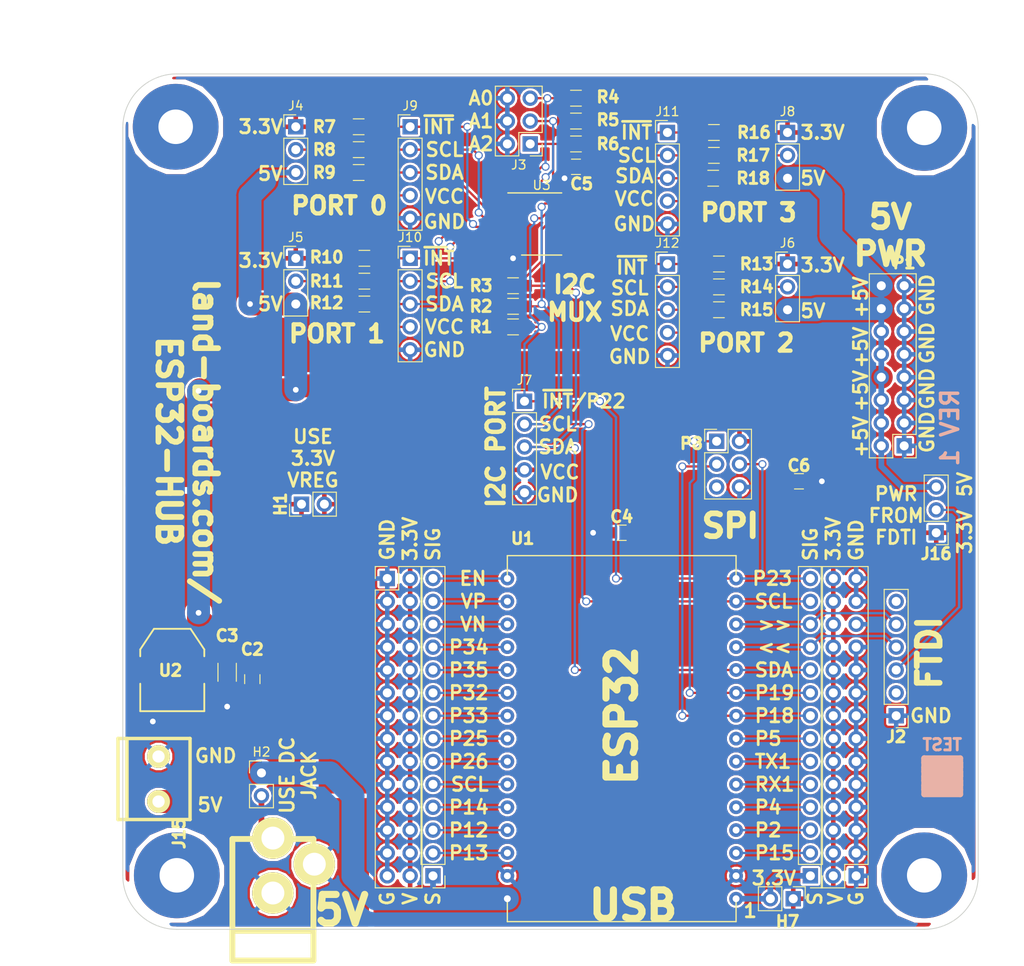
<source format=kicad_pcb>
(kicad_pcb (version 20171130) (host pcbnew "(5.0.2)-1")
  (title_block (title Blue-Pill-Hub) (date 2019-03-03) (rev 2) (company land-boards.com))
  (layers (0 F.Cu signal) (31 B.Cu signal) (36 B.SilkS user) (37 F.SilkS user) (38 B.Mask user) (39 F.Mask user) (44 Edge.Cuts user))
  (net 0 "")
  (net 1 +5V)
  (net 2 GND)
  (net 3 +3V3)
  (net 4 /VO3)
  (net 5 /STM_SDA)
  (net 6 /STM_SCL)
  (net 7 /SD0)
  (net 8 /A2)
  (net 9 /A1)
  (net 10 /A0)
  (net 11 "Net-(J4-Pad2)")
  (net 12 "Net-(J10-Pad4)")
  (net 13 "Net-(J11-Pad4)")
  (net 14 "Net-(J12-Pad4)")
  (net 15 /DCIN)
  (net 16 "Net-(H7-Pad2)")
  (net 17 "Net-(J16-Pad2)")
  (net 18 /GP13)
  (net 19 /GP12)
  (net 20 /GP14)
  (net 21 /GP26)
  (net 22 /GP25)
  (net 23 /GP33)
  (net 24 /GP32)
  (net 25 /GP35)
  (net 26 /GP34)
  (net 27 /TX0)
  (net 28 /RX0)
  (net 29 /GP19)
  (net 30 /GP18)
  (net 31 /GP5)
  (net 32 /TX2)
  (net 33 /RX1)
  (net 34 /GP4)
  (net 35 /GP2)
  (net 36 /GP15)
  (net 37 /INT0)
  (net 38 /SC0)
  (net 39 /INT1)
  (net 40 /SC1)
  (net 41 /SD1)
  (net 42 /INT2)
  (net 43 /SC2)
  (net 44 /SD2)
  (net 45 /INT3)
  (net 46 /SC3)
  (net 47 /SD3)
  (net 48 /GP27)
  (net 49 /EN)
  (net 50 /VP)
  (net 51 /VN)
  (net 52 /GP23)
  (module Capacitors_SMD:C_1206_HandSoldering (layer F.Cu) (at 21.59 76.454 270)
    (fp_text reference C3 (at -4.064 0) (layer F.SilkS) (effects (font (size 1.27 1.27) (thickness 0.3175))))
    (fp_text value 10uF)
    (pad 2 smd rect (at 2 0 270) (size 2 1.6) (layers F.Cu F.Paste F.Mask) (net 2 GND))
    (pad 1 smd rect (at -2 0 270) (size 2 1.6) (layers F.Cu F.Paste F.Mask) (net 4 /VO3))
  )
  (module LandBoards_Conns:DCJ-NEW (layer F.Cu) (at 26.67 100.965 90)
    (fp_text reference J1 hide)
    (fp_text value DCJ0202 hide)
    (pad 2 thru_hole circle (at 0 0 90) (size 4.6 4.6) (drill 2.54) (layers *.Cu *.Mask F.SilkS) (net 2 GND))
    (pad 1 thru_hole circle (at 6.1 0 90) (size 4.6 4.6) (drill 2.54) (layers *.Cu *.Mask F.SilkS) (net 15 /DCIN))
    (pad 3 thru_hole circle (at 3.2 4.6 90) (size 4.6 4.6) (drill 2.54) (layers *.Cu *.Mask F.SilkS) (net 2 GND))
  )
  (module LandBoards_SMD_Packages:SOT223 (layer F.Cu) (at 15.494 76.2)
    (fp_text reference U2 (at -0.2032 0.0508) (layer F.SilkS) (effects (font (size 1.27 1.27) (thickness 0.3175))))
    (fp_text value AP1117 hide)
    (pad 4 smd rect (at 0 -3.302) (size 3.6576 2.032) (layers F.Cu F.Mask) (net 4 /VO3))
    (pad 2 smd rect (at 0 3.302) (size 1.016 2.032) (layers F.Cu F.Mask) (net 4 /VO3))
    (pad 3 smd rect (at 2.286 3.302) (size 1.016 2.032) (layers F.Cu F.Mask) (net 1 +5V))
    (pad 1 smd rect (at -2.286 3.302) (size 1.016 2.032) (layers F.Cu F.Mask) (net 2 GND))
  )
  (module Resistors_SMD:R_0805_HandSoldering (layer F.Cu) (at 53.34 38.1)
    (fp_text reference R1 (at -3.556 0) (layer F.SilkS) (effects (font (size 1.27 1.27) (thickness 0.3175))))
    (fp_text value R)
    (pad 1 smd rect (at -1.35 0) (size 1.5 1.3) (layers F.Cu F.Mask) (net 3 +3V3))
    (pad 2 smd rect (at 1.35 0) (size 1.5 1.3) (layers F.Cu F.Mask) (net 52 /GP23))
  )
  (module Resistors_SMD:R_0805_HandSoldering (layer F.Cu) (at 53.34 35.814)
    (fp_text reference R2 (at -3.556 0) (layer F.SilkS) (effects (font (size 1.27 1.27) (thickness 0.3175))))
    (fp_text value R)
    (pad 1 smd rect (at -1.35 0) (size 1.5 1.3) (layers F.Cu F.Mask) (net 3 +3V3))
    (pad 2 smd rect (at 1.35 0) (size 1.5 1.3) (layers F.Cu F.Mask) (net 6 /STM_SCL))
  )
  (module Resistors_SMD:R_0805_HandSoldering (layer F.Cu) (at 53.34 33.528)
    (fp_text reference R3 (at -3.556 0) (layer F.SilkS) (effects (font (size 1.27 1.27) (thickness 0.3175))))
    (fp_text value R)
    (pad 1 smd rect (at -1.35 0) (size 1.5 1.3) (layers F.Cu F.Mask) (net 3 +3V3))
    (pad 2 smd rect (at 1.35 0) (size 1.5 1.3) (layers F.Cu F.Mask) (net 5 /STM_SDA))
  )
  (module Resistors_SMD:R_0805_HandSoldering (layer F.Cu) (at 60.325 12.7 180)
    (fp_text reference R4 (at -3.556 0.127 180) (layer F.SilkS) (effects (font (size 1.27 1.27) (thickness 0.3175))))
    (fp_text value R)
    (pad 1 smd rect (at -1.35 0 180) (size 1.5 1.3) (layers F.Cu F.Mask) (net 3 +3V3))
    (pad 2 smd rect (at 1.35 0 180) (size 1.5 1.3) (layers F.Cu F.Mask) (net 10 /A0))
  )
  (module Resistors_SMD:R_0805_HandSoldering (layer F.Cu) (at 60.325 15.24 180)
    (fp_text reference R5 (at -3.556 0.127 180) (layer F.SilkS) (effects (font (size 1.27 1.27) (thickness 0.3175))))
    (fp_text value R)
    (pad 1 smd rect (at -1.35 0 180) (size 1.5 1.3) (layers F.Cu F.Mask) (net 3 +3V3))
    (pad 2 smd rect (at 1.35 0 180) (size 1.5 1.3) (layers F.Cu F.Mask) (net 9 /A1))
  )
  (module Resistors_SMD:R_0805_HandSoldering (layer F.Cu) (at 60.325 17.78 180)
    (fp_text reference R6 (at -3.556 0 180) (layer F.SilkS) (effects (font (size 1.27 1.27) (thickness 0.3175))))
    (fp_text value R)
    (pad 1 smd rect (at -1.35 0 180) (size 1.5 1.3) (layers F.Cu F.Mask) (net 3 +3V3))
    (pad 2 smd rect (at 1.35 0 180) (size 1.5 1.3) (layers F.Cu F.Mask) (net 8 /A2))
  )
  (module Resistors_SMD:R_0805_HandSoldering (layer F.Cu) (at 36.195 15.875)
    (fp_text reference R7 (at -3.81 0) (layer F.SilkS) (effects (font (size 1.27 1.27) (thickness 0.3175))))
    (fp_text value R)
    (pad 1 smd rect (at -1.35 0) (size 1.5 1.3) (layers F.Cu F.Mask) (net 11 "Net-(J4-Pad2)"))
    (pad 2 smd rect (at 1.35 0) (size 1.5 1.3) (layers F.Cu F.Mask) (net 37 /INT0))
  )
  (module Resistors_SMD:R_0805_HandSoldering (layer F.Cu) (at 36.195 18.415)
    (fp_text reference R8 (at -3.81 0) (layer F.SilkS) (effects (font (size 1.27 1.27) (thickness 0.3175))))
    (fp_text value R)
    (pad 1 smd rect (at -1.35 0) (size 1.5 1.3) (layers F.Cu F.Mask) (net 11 "Net-(J4-Pad2)"))
    (pad 2 smd rect (at 1.35 0) (size 1.5 1.3) (layers F.Cu F.Mask) (net 38 /SC0))
  )
  (module Resistors_SMD:R_0805_HandSoldering (layer F.Cu) (at 36.195 20.955)
    (fp_text reference R9 (at -3.81 0) (layer F.SilkS) (effects (font (size 1.27 1.27) (thickness 0.3175))))
    (fp_text value R)
    (pad 1 smd rect (at -1.35 0) (size 1.5 1.3) (layers F.Cu F.Mask) (net 11 "Net-(J4-Pad2)"))
    (pad 2 smd rect (at 1.35 0) (size 1.5 1.3) (layers F.Cu F.Mask) (net 7 /SD0))
  )
  (module Resistors_SMD:R_0805_HandSoldering (layer F.Cu) (at 36.83 30.48)
    (fp_text reference R10 (at -4.191 -0.127) (layer F.SilkS) (effects (font (size 1.27 1.27) (thickness 0.3175))))
    (fp_text value R)
    (pad 1 smd rect (at -1.35 0) (size 1.5 1.3) (layers F.Cu F.Mask) (net 12 "Net-(J10-Pad4)"))
    (pad 2 smd rect (at 1.35 0) (size 1.5 1.3) (layers F.Cu F.Mask) (net 39 /INT1))
  )
  (module Resistors_SMD:R_0805_HandSoldering (layer F.Cu) (at 36.83 33.02)
    (fp_text reference R11 (at -4.191 0) (layer F.SilkS) (effects (font (size 1.27 1.27) (thickness 0.3175))))
    (fp_text value R)
    (pad 1 smd rect (at -1.35 0) (size 1.5 1.3) (layers F.Cu F.Mask) (net 12 "Net-(J10-Pad4)"))
    (pad 2 smd rect (at 1.35 0) (size 1.5 1.3) (layers F.Cu F.Mask) (net 40 /SC1))
  )
  (module Resistors_SMD:R_0805_HandSoldering (layer F.Cu) (at 36.83 35.56)
    (fp_text reference R12 (at -4.191 -0.127) (layer F.SilkS) (effects (font (size 1.27 1.27) (thickness 0.3175))))
    (fp_text value R)
    (pad 1 smd rect (at -1.35 0) (size 1.5 1.3) (layers F.Cu F.Mask) (net 12 "Net-(J10-Pad4)"))
    (pad 2 smd rect (at 1.35 0) (size 1.5 1.3) (layers F.Cu F.Mask) (net 41 /SD1))
  )
  (module Resistors_SMD:R_0805_HandSoldering (layer F.Cu) (at 76.2 31.115 180)
    (fp_text reference R13 (at -4.191 0 180) (layer F.SilkS) (effects (font (size 1.27 1.27) (thickness 0.3175))))
    (fp_text value R)
    (pad 1 smd rect (at -1.35 0 180) (size 1.5 1.3) (layers F.Cu F.Mask) (net 14 "Net-(J12-Pad4)"))
    (pad 2 smd rect (at 1.35 0 180) (size 1.5 1.3) (layers F.Cu F.Mask) (net 42 /INT2))
  )
  (module Resistors_SMD:R_0805_HandSoldering (layer F.Cu) (at 76.2 33.655 180)
    (fp_text reference R14 (at -4.191 0 180) (layer F.SilkS) (effects (font (size 1.27 1.27) (thickness 0.3175))))
    (fp_text value R)
    (pad 1 smd rect (at -1.35 0 180) (size 1.5 1.3) (layers F.Cu F.Mask) (net 14 "Net-(J12-Pad4)"))
    (pad 2 smd rect (at 1.35 0 180) (size 1.5 1.3) (layers F.Cu F.Mask) (net 43 /SC2))
  )
  (module Resistors_SMD:R_0805_HandSoldering (layer F.Cu) (at 76.2 36.195 180)
    (fp_text reference R15 (at -4.191 0 180) (layer F.SilkS) (effects (font (size 1.27 1.27) (thickness 0.3175))))
    (fp_text value R)
    (pad 1 smd rect (at -1.35 0 180) (size 1.5 1.3) (layers F.Cu F.Mask) (net 14 "Net-(J12-Pad4)"))
    (pad 2 smd rect (at 1.35 0 180) (size 1.5 1.3) (layers F.Cu F.Mask) (net 44 /SD2))
  )
  (module Resistors_SMD:R_0805_HandSoldering (layer F.Cu) (at 75.645 16.51 180)
    (fp_text reference R16 (at -4.445 0 180) (layer F.SilkS) (effects (font (size 1.27 1.27) (thickness 0.3175))))
    (fp_text value R)
    (pad 1 smd rect (at -1.35 0 180) (size 1.5 1.3) (layers F.Cu F.Mask) (net 13 "Net-(J11-Pad4)"))
    (pad 2 smd rect (at 1.35 0 180) (size 1.5 1.3) (layers F.Cu F.Mask) (net 45 /INT3))
  )
  (module Resistors_SMD:R_0805_HandSoldering (layer F.Cu) (at 75.645 19.05 180)
    (fp_text reference R17 (at -4.365 0 180) (layer F.SilkS) (effects (font (size 1.27 1.27) (thickness 0.3175))))
    (fp_text value R)
    (pad 1 smd rect (at -1.35 0 180) (size 1.5 1.3) (layers F.Cu F.Mask) (net 13 "Net-(J11-Pad4)"))
    (pad 2 smd rect (at 1.35 0 180) (size 1.5 1.3) (layers F.Cu F.Mask) (net 46 /SC3))
  )
  (module Resistors_SMD:R_0805_HandSoldering (layer F.Cu) (at 75.565 21.59 180)
    (fp_text reference R18 (at -4.445 0 180) (layer F.SilkS) (effects (font (size 1.27 1.27) (thickness 0.3175))))
    (fp_text value R)
    (pad 1 smd rect (at -1.35 0 180) (size 1.5 1.3) (layers F.Cu F.Mask) (net 13 "Net-(J11-Pad4)"))
    (pad 2 smd rect (at 1.35 0 180) (size 1.5 1.3) (layers F.Cu F.Mask) (net 47 /SD3))
  )
  (module Capacitors_SMD:C_0805_HandSoldering (layer F.Cu) (at 24.384 77.216 270)
    (fp_text reference C2 (at -3.302 0) (layer F.SilkS) (effects (font (size 1.27 1.27) (thickness 0.3175))))
    (fp_text value 0.1uF)
    (pad 2 smd rect (at 1.25 0 270) (size 1.5 1.25) (layers F.Cu F.Paste F.Mask) (net 2 GND))
    (pad 1 smd rect (at -1.25 0 270) (size 1.5 1.25) (layers F.Cu F.Paste F.Mask) (net 4 /VO3))
  )
  (module Capacitors_SMD:C_0805_HandSoldering (layer F.Cu) (at 65.405 60.96 180)
    (fp_text reference C4 (at 0 1.778 180) (layer F.SilkS) (effects (font (size 1.27 1.27) (thickness 0.3175))))
    (fp_text value 0.1uF)
    (pad 2 smd rect (at 1.25 0 180) (size 1.5 1.25) (layers F.Cu F.Paste F.Mask) (net 2 GND))
    (pad 1 smd rect (at -1.25 0 180) (size 1.5 1.25) (layers F.Cu F.Paste F.Mask) (net 3 +3V3))
  )
  (module Capacitors_SMD:C_0805_HandSoldering (layer F.Cu) (at 60.325 20.32 180)
    (fp_text reference C5 (at -0.635 -1.905 180) (layer F.SilkS) (effects (font (size 1.27 1.27) (thickness 0.3175))))
    (fp_text value 0.1uF)
    (pad 1 smd rect (at -1.25 0 180) (size 1.5 1.25) (layers F.Cu F.Paste F.Mask) (net 3 +3V3))
    (pad 2 smd rect (at 1.25 0 180) (size 1.5 1.25) (layers F.Cu F.Paste F.Mask) (net 2 GND))
  )
  (module Capacitors_SMD:C_0805_HandSoldering (layer F.Cu) (at 85.09 55.245)
    (fp_text reference C6 (at 0 -1.75) (layer F.SilkS) (effects (font (size 1.27 1.27) (thickness 0.3175))))
    (fp_text value 0.1uF)
    (pad 2 smd rect (at 1.25 0) (size 1.5 1.25) (layers F.Cu F.Paste F.Mask) (net 2 GND))
    (pad 1 smd rect (at -1.25 0) (size 1.5 1.25) (layers F.Cu F.Paste F.Mask) (net 3 +3V3))
  )
  (module Pin_Headers:Pin_Header_Straight_2x08_Pitch2.54mm (layer F.Cu) (at 96.774 51.308 180)
    (fp_text reference P1 (at 0 20.32 180) (layer F.SilkS) (effects (font (size 1.27 1.27) (thickness 0.3175))))
    (fp_text value Conn_02x08_Odd_Even)
    (pad 16 thru_hole oval (at 2.54 17.78 180) (size 1.7 1.7) (drill 1) (layers *.Cu *.Mask) (net 1 +5V))
    (pad 15 thru_hole oval (at 0 17.78 180) (size 1.7 1.7) (drill 1) (layers *.Cu *.Mask) (net 2 GND))
    (pad 14 thru_hole oval (at 2.54 15.24 180) (size 1.7 1.7) (drill 1) (layers *.Cu *.Mask) (net 1 +5V))
    (pad 13 thru_hole oval (at 0 15.24 180) (size 1.7 1.7) (drill 1) (layers *.Cu *.Mask) (net 2 GND))
    (pad 12 thru_hole oval (at 2.54 12.7 180) (size 1.7 1.7) (drill 1) (layers *.Cu *.Mask) (net 1 +5V))
    (pad 11 thru_hole oval (at 0 12.7 180) (size 1.7 1.7) (drill 1) (layers *.Cu *.Mask) (net 2 GND))
    (pad 10 thru_hole oval (at 2.54 10.16 180) (size 1.7 1.7) (drill 1) (layers *.Cu *.Mask) (net 1 +5V))
    (pad 9 thru_hole oval (at 0 10.16 180) (size 1.7 1.7) (drill 1) (layers *.Cu *.Mask) (net 2 GND))
    (pad 8 thru_hole oval (at 2.54 7.62 180) (size 1.7 1.7) (drill 1) (layers *.Cu *.Mask) (net 1 +5V))
    (pad 7 thru_hole oval (at 0 7.62 180) (size 1.7 1.7) (drill 1) (layers *.Cu *.Mask) (net 2 GND))
    (pad 6 thru_hole oval (at 2.54 5.08 180) (size 1.7 1.7) (drill 1) (layers *.Cu *.Mask) (net 1 +5V))
    (pad 5 thru_hole oval (at 0 5.08 180) (size 1.7 1.7) (drill 1) (layers *.Cu *.Mask) (net 2 GND))
    (pad 4 thru_hole oval (at 2.54 2.54 180) (size 1.7 1.7) (drill 1) (layers *.Cu *.Mask) (net 1 +5V))
    (pad 3 thru_hole oval (at 0 2.54 180) (size 1.7 1.7) (drill 1) (layers *.Cu *.Mask) (net 2 GND))
    (pad 2 thru_hole oval (at 2.54 0 180) (size 1.7 1.7) (drill 1) (layers *.Cu *.Mask) (net 1 +5V))
    (pad 1 thru_hole rect (at 0 0 180) (size 1.7 1.7) (drill 1) (layers *.Cu *.Mask) (net 2 GND))
  )
  (module Pin_Headers:Pin_Header_Straight_2x03_Pitch2.54mm (layer F.Cu) (at 75.946 50.8)
    (fp_text reference P8 (at -2.794 0.254) (layer F.SilkS) (effects (font (size 1.27 1.27) (thickness 0.3175))))
    (fp_text value Conn_02x03_Odd_Even)
    (pad 6 thru_hole oval (at 2.54 5.08) (size 1.7 1.7) (drill 1) (layers *.Cu *.Mask) (net 2 GND))
    (pad 5 thru_hole oval (at 0 5.08) (size 1.7 1.7) (drill 1) (layers *.Cu *.Mask))
    (pad 4 thru_hole oval (at 2.54 2.54) (size 1.7 1.7) (drill 1) (layers *.Cu *.Mask) (net 52 /GP23))
    (pad 3 thru_hole oval (at 0 2.54) (size 1.7 1.7) (drill 1) (layers *.Cu *.Mask) (net 30 /GP18))
    (pad 2 thru_hole oval (at 2.54 0) (size 1.7 1.7) (drill 1) (layers *.Cu *.Mask) (net 3 +3V3))
    (pad 1 thru_hole rect (at 0 0) (size 1.7 1.7) (drill 1) (layers *.Cu *.Mask) (net 29 /GP19))
  )
  (module Pin_Headers:Pin_Header_Straight_1x02_Pitch2.54mm (layer F.Cu) (at 29.845 57.785 90)
    (fp_text reference H1 (at 0 -2.33 90) (layer F.SilkS) (effects (font (size 1.27 1.27) (thickness 0.3175))))
    (fp_text value Conn_01x02)
    (pad 1 thru_hole rect (at 0 0 90) (size 1.7 1.7) (drill 1) (layers *.Cu *.Mask) (net 4 /VO3))
    (pad 2 thru_hole oval (at 0 2.54 90) (size 1.7 1.7) (drill 1) (layers *.Cu *.Mask) (net 3 +3V3))
  )
  (module Pin_Headers:Pin_Header_Straight_1x02_Pitch2.54mm (layer F.Cu) (at 84.455 101.6 270)
    (fp_text reference H7 (at 2.54 0.635) (layer F.SilkS) (effects (font (size 1.27 1.27) (thickness 0.3175))))
    (fp_text value Conn_01x02)
    (pad 2 thru_hole oval (at 0 2.54 270) (size 1.7 1.7) (drill 1) (layers *.Cu *.Mask) (net 16 "Net-(H7-Pad2)"))
    (pad 1 thru_hole rect (at 0 0 270) (size 1.7 1.7) (drill 1) (layers *.Cu *.Mask) (net 3 +3V3))
  )
  (module Pin_Headers:Pin_Header_Straight_1x06_Pitch2.54mm (layer F.Cu) (at 95.885 81.28 180)
    (fp_text reference J2 (at 0 -2.33 180) (layer F.SilkS) (effects (font (size 1.27 1.27) (thickness 0.3175))))
    (fp_text value FTDI)
    (pad 6 thru_hole oval (at 0 12.7 180) (size 1.7 1.7) (drill 1) (layers *.Cu *.Mask))
    (pad 5 thru_hole oval (at 0 10.16 180) (size 1.7 1.7) (drill 1) (layers *.Cu *.Mask) (net 27 /TX0))
    (pad 4 thru_hole oval (at 0 7.62 180) (size 1.7 1.7) (drill 1) (layers *.Cu *.Mask) (net 28 /RX0))
    (pad 3 thru_hole oval (at 0 5.08 180) (size 1.7 1.7) (drill 1) (layers *.Cu *.Mask) (net 17 "Net-(J16-Pad2)"))
    (pad 2 thru_hole oval (at 0 2.54 180) (size 1.7 1.7) (drill 1) (layers *.Cu *.Mask))
    (pad 1 thru_hole rect (at 0 0 180) (size 1.7 1.7) (drill 1) (layers *.Cu *.Mask) (net 2 GND))
  )
  (module LandBoards_Conns:TB2-5MM (layer F.Cu) (at 13.97 90.805 90)
    (fp_text reference J15 (at -3.556 2.286 90) (layer F.SilkS) (effects (font (size 1.27 1.27) (thickness 0.3175))))
    (fp_text value Conn_01x02 hide)
    (pad 2 thru_hole circle (at 5 0 90) (size 2.54 2.54) (drill 1.3589) (layers *.Cu *.Mask F.SilkS) (net 2 GND))
    (pad 1 thru_hole circle (at 0 0 90) (size 2.54 2.54) (drill 1.3589) (layers *.Cu *.Mask F.SilkS) (net 1 +5V))
  )
  (module Pin_Headers:Pin_Header_Straight_1x03_Pitch2.54mm (layer F.Cu) (at 100.33 60.96 180)
    (fp_text reference J16 (at 0 -2.33 180) (layer F.SilkS) (effects (font (size 1.27 1.27) (thickness 0.3175))))
    (fp_text value Conn_01x03)
    (pad 3 thru_hole oval (at 0 5.08 180) (size 1.7 1.7) (drill 1) (layers *.Cu *.Mask) (net 1 +5V))
    (pad 2 thru_hole oval (at 0 2.54 180) (size 1.7 1.7) (drill 1) (layers *.Cu *.Mask) (net 17 "Net-(J16-Pad2)"))
    (pad 1 thru_hole rect (at 0 0 180) (size 1.7 1.7) (drill 1) (layers *.Cu *.Mask) (net 3 +3V3))
  )
  (module LandBoards_MountHoles:MTG-6-32 (layer F.Cu) (at 15.875 15.875)
    (fp_text reference MTG1 hide)
    (fp_text value MTG_HOLE hide)
    (pad 1 thru_hole circle (at 0 0) (size 9.525 9.525) (drill 3.8354) (layers *.Cu *.Mask) (clearance 0.508))
  )
  (module LandBoards_MountHoles:MTG-6-32 (layer F.Cu) (at 99 99)
    (fp_text reference MTG2 hide)
    (fp_text value MTG_HOLE hide)
    (pad 1 thru_hole circle (at 0 0) (size 9.525 9.525) (drill 3.8354) (layers *.Cu *.Mask) (clearance 0.508))
  )
  (module LandBoards_MountHoles:MTG-6-32 (layer F.Cu) (at 16 99)
    (fp_text reference MTG3 hide)
    (fp_text value MTG_HOLE hide)
    (pad 1 thru_hole circle (at 0 0) (size 9.525 9.525) (drill 3.8354) (layers *.Cu *.Mask) (clearance 0.508))
  )
  (module LandBoards_MountHoles:MTG-6-32 (layer F.Cu) (at 99 16)
    (fp_text reference MTG?1 hide)
    (fp_text value MTG_HOLE hide)
    (pad 1 thru_hole circle (at 0 0) (size 9.525 9.525) (drill 3.8354) (layers *.Cu *.Mask) (clearance 0.508))
  )
  (module LandBoards_Marking:TEST_BLK-REAR (layer F.Cu) (at 101 88)
    (fp_text reference TEST (at 0 -3.5) (layer B.SilkS) (effects (font (size 1.27 1.27) (thickness 0.3175)) (justify mirror)))
    (fp_text value COUPON hide)
  )
  (module LandBoards_BoardOutlines:ESP32_EXP (layer F.Cu) (at 65.405 101.6 180)
    (fp_text reference U1 (at 11 40 180) (layer F.SilkS) (effects (font (size 1.27 1.27) (thickness 0.3175))))
    (fp_text value ESP32)
    (pad 1 thru_hole circle (at -12.7 0 180) (size 1.524 1.524) (drill 0.762) (layers *.Cu *.Mask) (net 16 "Net-(H7-Pad2)"))
    (pad 2 thru_hole circle (at -12.7 2.54 180) (size 1.524 1.524) (drill 0.762) (layers *.Cu *.Mask) (net 2 GND))
    (pad 3 thru_hole circle (at -12.7 5.08 180) (size 1.524 1.524) (drill 0.762) (layers *.Cu *.Mask) (net 36 /GP15))
    (pad 4 thru_hole circle (at -12.7 7.62 180) (size 1.524 1.524) (drill 0.762) (layers *.Cu *.Mask) (net 35 /GP2))
    (pad 5 thru_hole circle (at -12.7 10.16 180) (size 1.524 1.524) (drill 0.762) (layers *.Cu *.Mask) (net 34 /GP4))
    (pad 6 thru_hole circle (at -12.7 12.7 180) (size 1.524 1.524) (drill 0.762) (layers *.Cu *.Mask) (net 33 /RX1))
    (pad 7 thru_hole circle (at -12.7 15.24 180) (size 1.524 1.524) (drill 0.762) (layers *.Cu *.Mask) (net 32 /TX2))
    (pad 8 thru_hole circle (at -12.7 17.78 180) (size 1.524 1.524) (drill 0.762) (layers *.Cu *.Mask) (net 31 /GP5))
    (pad 9 thru_hole circle (at -12.7 20.32 180) (size 1.524 1.524) (drill 0.762) (layers *.Cu *.Mask) (net 30 /GP18))
    (pad 10 thru_hole circle (at -12.7 22.86 180) (size 1.524 1.524) (drill 0.762) (layers *.Cu *.Mask) (net 29 /GP19))
    (pad 11 thru_hole circle (at -12.7 25.4 180) (size 1.524 1.524) (drill 0.762) (layers *.Cu *.Mask) (net 5 /STM_SDA))
    (pad 12 thru_hole circle (at -12.7 27.94 180) (size 1.524 1.524) (drill 0.762) (layers *.Cu *.Mask) (net 28 /RX0))
    (pad 13 thru_hole circle (at -12.7 30.48 180) (size 1.524 1.524) (drill 0.762) (layers *.Cu *.Mask) (net 27 /TX0))
    (pad 14 thru_hole circle (at -12.7 33.02 180) (size 1.524 1.524) (drill 0.762) (layers *.Cu *.Mask) (net 6 /STM_SCL))
    (pad 15 thru_hole circle (at -12.7 35.56 180) (size 1.524 1.524) (drill 0.762) (layers *.Cu *.Mask) (net 52 /GP23))
    (pad 16 thru_hole circle (at 12.7 35.56 180) (size 1.524 1.524) (drill 0.762) (layers *.Cu *.Mask) (net 49 /EN))
    (pad 17 thru_hole circle (at 12.7 33.02 180) (size 1.524 1.524) (drill 0.762) (layers *.Cu *.Mask) (net 50 /VP))
    (pad 18 thru_hole circle (at 12.7 30.48 180) (size 1.524 1.524) (drill 0.762) (layers *.Cu *.Mask) (net 51 /VN))
    (pad 19 thru_hole circle (at 12.7 27.94 180) (size 1.524 1.524) (drill 0.762) (layers *.Cu *.Mask) (net 26 /GP34))
    (pad 20 thru_hole circle (at 12.7 25.4 180) (size 1.524 1.524) (drill 0.762) (layers *.Cu *.Mask) (net 25 /GP35))
    (pad 21 thru_hole circle (at 12.7 22.86 180) (size 1.524 1.524) (drill 0.762) (layers *.Cu *.Mask) (net 24 /GP32))
    (pad 22 thru_hole circle (at 12.7 20.32 180) (size 1.524 1.524) (drill 0.762) (layers *.Cu *.Mask) (net 23 /GP33))
    (pad 23 thru_hole circle (at 12.7 17.78 180) (size 1.524 1.524) (drill 0.762) (layers *.Cu *.Mask) (net 22 /GP25))
    (pad 24 thru_hole circle (at 12.7 15.24 180) (size 1.524 1.524) (drill 0.762) (layers *.Cu *.Mask) (net 21 /GP26))
    (pad 25 thru_hole circle (at 12.7 12.7 180) (size 1.524 1.524) (drill 0.762) (layers *.Cu *.Mask) (net 48 /GP27))
    (pad 26 thru_hole circle (at 12.7 10.16 180) (size 1.524 1.524) (drill 0.762) (layers *.Cu *.Mask) (net 20 /GP14))
    (pad 27 thru_hole circle (at 12.7 7.62 180) (size 1.524 1.524) (drill 0.762) (layers *.Cu *.Mask) (net 19 /GP12))
    (pad 28 thru_hole circle (at 12.7 5.08 180) (size 1.524 1.524) (drill 0.762) (layers *.Cu *.Mask) (net 18 /GP13))
    (pad 29 thru_hole circle (at 12.7 2.54 180) (size 1.524 1.524) (drill 0.762) (layers *.Cu *.Mask) (net 2 GND))
    (pad 30 thru_hole circle (at 12.7 0 180) (size 1.524 1.524) (drill 0.762) (layers *.Cu *.Mask) (net 1 +5V))
  )
  (module Pin_Headers:Pin_Header_Straight_2x14_Pitch2.54mm (layer F.Cu) (at 39.37 66.04)
    (fp_text reference P2 hide)
    (fp_text value Conn_02x14_Odd_Even)
    (pad 28 thru_hole oval (at 2.54 33.02) (size 1.7 1.7) (drill 1) (layers *.Cu *.Mask) (net 3 +3V3))
    (pad 27 thru_hole oval (at 0 33.02) (size 1.7 1.7) (drill 1) (layers *.Cu *.Mask) (net 2 GND))
    (pad 26 thru_hole oval (at 2.54 30.48) (size 1.7 1.7) (drill 1) (layers *.Cu *.Mask) (net 3 +3V3))
    (pad 25 thru_hole oval (at 0 30.48) (size 1.7 1.7) (drill 1) (layers *.Cu *.Mask) (net 2 GND))
    (pad 24 thru_hole oval (at 2.54 27.94) (size 1.7 1.7) (drill 1) (layers *.Cu *.Mask) (net 3 +3V3))
    (pad 23 thru_hole oval (at 0 27.94) (size 1.7 1.7) (drill 1) (layers *.Cu *.Mask) (net 2 GND))
    (pad 22 thru_hole oval (at 2.54 25.4) (size 1.7 1.7) (drill 1) (layers *.Cu *.Mask) (net 3 +3V3))
    (pad 21 thru_hole oval (at 0 25.4) (size 1.7 1.7) (drill 1) (layers *.Cu *.Mask) (net 2 GND))
    (pad 20 thru_hole oval (at 2.54 22.86) (size 1.7 1.7) (drill 1) (layers *.Cu *.Mask) (net 3 +3V3))
    (pad 19 thru_hole oval (at 0 22.86) (size 1.7 1.7) (drill 1) (layers *.Cu *.Mask) (net 2 GND))
    (pad 18 thru_hole oval (at 2.54 20.32) (size 1.7 1.7) (drill 1) (layers *.Cu *.Mask) (net 3 +3V3))
    (pad 17 thru_hole oval (at 0 20.32) (size 1.7 1.7) (drill 1) (layers *.Cu *.Mask) (net 2 GND))
    (pad 16 thru_hole oval (at 2.54 17.78) (size 1.7 1.7) (drill 1) (layers *.Cu *.Mask) (net 3 +3V3))
    (pad 15 thru_hole oval (at 0 17.78) (size 1.7 1.7) (drill 1) (layers *.Cu *.Mask) (net 2 GND))
    (pad 14 thru_hole oval (at 2.54 15.24) (size 1.7 1.7) (drill 1) (layers *.Cu *.Mask) (net 3 +3V3))
    (pad 13 thru_hole oval (at 0 15.24) (size 1.7 1.7) (drill 1) (layers *.Cu *.Mask) (net 2 GND))
    (pad 12 thru_hole oval (at 2.54 12.7) (size 1.7 1.7) (drill 1) (layers *.Cu *.Mask) (net 3 +3V3))
    (pad 11 thru_hole oval (at 0 12.7) (size 1.7 1.7) (drill 1) (layers *.Cu *.Mask) (net 2 GND))
    (pad 10 thru_hole oval (at 2.54 10.16) (size 1.7 1.7) (drill 1) (layers *.Cu *.Mask) (net 3 +3V3))
    (pad 9 thru_hole oval (at 0 10.16) (size 1.7 1.7) (drill 1) (layers *.Cu *.Mask) (net 2 GND))
    (pad 8 thru_hole oval (at 2.54 7.62) (size 1.7 1.7) (drill 1) (layers *.Cu *.Mask) (net 3 +3V3))
    (pad 7 thru_hole oval (at 0 7.62) (size 1.7 1.7) (drill 1) (layers *.Cu *.Mask) (net 2 GND))
    (pad 6 thru_hole oval (at 2.54 5.08) (size 1.7 1.7) (drill 1) (layers *.Cu *.Mask) (net 3 +3V3))
    (pad 5 thru_hole oval (at 0 5.08) (size 1.7 1.7) (drill 1) (layers *.Cu *.Mask) (net 2 GND))
    (pad 4 thru_hole oval (at 2.54 2.54) (size 1.7 1.7) (drill 1) (layers *.Cu *.Mask) (net 3 +3V3))
    (pad 3 thru_hole oval (at 0 2.54) (size 1.7 1.7) (drill 1) (layers *.Cu *.Mask) (net 2 GND))
    (pad 2 thru_hole oval (at 2.54 0) (size 1.7 1.7) (drill 1) (layers *.Cu *.Mask) (net 3 +3V3))
    (pad 1 thru_hole rect (at 0 0) (size 1.7 1.7) (drill 1) (layers *.Cu *.Mask) (net 2 GND))
  )
  (module Pin_Headers:Pin_Header_Straight_2x14_Pitch2.54mm (layer F.Cu) (at 91.44 99.06 180)
    (fp_text reference P11 hide)
    (fp_text value Conn_02x14_Odd_Even)
    (pad 28 thru_hole oval (at 2.54 33.02 180) (size 1.7 1.7) (drill 1) (layers *.Cu *.Mask) (net 3 +3V3))
    (pad 27 thru_hole oval (at 0 33.02 180) (size 1.7 1.7) (drill 1) (layers *.Cu *.Mask) (net 2 GND))
    (pad 26 thru_hole oval (at 2.54 30.48 180) (size 1.7 1.7) (drill 1) (layers *.Cu *.Mask) (net 3 +3V3))
    (pad 25 thru_hole oval (at 0 30.48 180) (size 1.7 1.7) (drill 1) (layers *.Cu *.Mask) (net 2 GND))
    (pad 24 thru_hole oval (at 2.54 27.94 180) (size 1.7 1.7) (drill 1) (layers *.Cu *.Mask) (net 3 +3V3))
    (pad 23 thru_hole oval (at 0 27.94 180) (size 1.7 1.7) (drill 1) (layers *.Cu *.Mask) (net 2 GND))
    (pad 22 thru_hole oval (at 2.54 25.4 180) (size 1.7 1.7) (drill 1) (layers *.Cu *.Mask) (net 3 +3V3))
    (pad 21 thru_hole oval (at 0 25.4 180) (size 1.7 1.7) (drill 1) (layers *.Cu *.Mask) (net 2 GND))
    (pad 20 thru_hole oval (at 2.54 22.86 180) (size 1.7 1.7) (drill 1) (layers *.Cu *.Mask) (net 3 +3V3))
    (pad 19 thru_hole oval (at 0 22.86 180) (size 1.7 1.7) (drill 1) (layers *.Cu *.Mask) (net 2 GND))
    (pad 18 thru_hole oval (at 2.54 20.32 180) (size 1.7 1.7) (drill 1) (layers *.Cu *.Mask) (net 3 +3V3))
    (pad 17 thru_hole oval (at 0 20.32 180) (size 1.7 1.7) (drill 1) (layers *.Cu *.Mask) (net 2 GND))
    (pad 16 thru_hole oval (at 2.54 17.78 180) (size 1.7 1.7) (drill 1) (layers *.Cu *.Mask) (net 3 +3V3))
    (pad 15 thru_hole oval (at 0 17.78 180) (size 1.7 1.7) (drill 1) (layers *.Cu *.Mask) (net 2 GND))
    (pad 14 thru_hole oval (at 2.54 15.24 180) (size 1.7 1.7) (drill 1) (layers *.Cu *.Mask) (net 3 +3V3))
    (pad 13 thru_hole oval (at 0 15.24 180) (size 1.7 1.7) (drill 1) (layers *.Cu *.Mask) (net 2 GND))
    (pad 12 thru_hole oval (at 2.54 12.7 180) (size 1.7 1.7) (drill 1) (layers *.Cu *.Mask) (net 3 +3V3))
    (pad 11 thru_hole oval (at 0 12.7 180) (size 1.7 1.7) (drill 1) (layers *.Cu *.Mask) (net 2 GND))
    (pad 10 thru_hole oval (at 2.54 10.16 180) (size 1.7 1.7) (drill 1) (layers *.Cu *.Mask) (net 3 +3V3))
    (pad 9 thru_hole oval (at 0 10.16 180) (size 1.7 1.7) (drill 1) (layers *.Cu *.Mask) (net 2 GND))
    (pad 8 thru_hole oval (at 2.54 7.62 180) (size 1.7 1.7) (drill 1) (layers *.Cu *.Mask) (net 3 +3V3))
    (pad 7 thru_hole oval (at 0 7.62 180) (size 1.7 1.7) (drill 1) (layers *.Cu *.Mask) (net 2 GND))
    (pad 6 thru_hole oval (at 2.54 5.08 180) (size 1.7 1.7) (drill 1) (layers *.Cu *.Mask) (net 3 +3V3))
    (pad 5 thru_hole oval (at 0 5.08 180) (size 1.7 1.7) (drill 1) (layers *.Cu *.Mask) (net 2 GND))
    (pad 4 thru_hole oval (at 2.54 2.54 180) (size 1.7 1.7) (drill 1) (layers *.Cu *.Mask) (net 3 +3V3))
    (pad 3 thru_hole oval (at 0 2.54 180) (size 1.7 1.7) (drill 1) (layers *.Cu *.Mask) (net 2 GND))
    (pad 2 thru_hole oval (at 2.54 0 180) (size 1.7 1.7) (drill 1) (layers *.Cu *.Mask) (net 3 +3V3))
    (pad 1 thru_hole rect (at 0 0 180) (size 1.7 1.7) (drill 1) (layers *.Cu *.Mask) (net 2 GND))
  )
  (module Pin_Headers:Pin_Header_Straight_1x14_Pitch2.54mm (layer F.Cu) (at 86.36 99.06 180)
    (fp_text reference P12 hide)
    (fp_text value Conn_01x14)
    (pad 1 thru_hole rect (at 0 0 180) (size 1.7 1.7) (drill 1) (layers *.Cu *.Mask) (net 16 "Net-(H7-Pad2)"))
    (pad 2 thru_hole oval (at 0 2.54 180) (size 1.7 1.7) (drill 1) (layers *.Cu *.Mask) (net 36 /GP15))
    (pad 3 thru_hole oval (at 0 5.08 180) (size 1.7 1.7) (drill 1) (layers *.Cu *.Mask) (net 35 /GP2))
    (pad 4 thru_hole oval (at 0 7.62 180) (size 1.7 1.7) (drill 1) (layers *.Cu *.Mask) (net 34 /GP4))
    (pad 5 thru_hole oval (at 0 10.16 180) (size 1.7 1.7) (drill 1) (layers *.Cu *.Mask) (net 33 /RX1))
    (pad 6 thru_hole oval (at 0 12.7 180) (size 1.7 1.7) (drill 1) (layers *.Cu *.Mask) (net 32 /TX2))
    (pad 7 thru_hole oval (at 0 15.24 180) (size 1.7 1.7) (drill 1) (layers *.Cu *.Mask) (net 31 /GP5))
    (pad 8 thru_hole oval (at 0 17.78 180) (size 1.7 1.7) (drill 1) (layers *.Cu *.Mask) (net 30 /GP18))
    (pad 9 thru_hole oval (at 0 20.32 180) (size 1.7 1.7) (drill 1) (layers *.Cu *.Mask) (net 29 /GP19))
    (pad 10 thru_hole oval (at 0 22.86 180) (size 1.7 1.7) (drill 1) (layers *.Cu *.Mask) (net 5 /STM_SDA))
    (pad 11 thru_hole oval (at 0 25.4 180) (size 1.7 1.7) (drill 1) (layers *.Cu *.Mask) (net 28 /RX0))
    (pad 12 thru_hole oval (at 0 27.94 180) (size 1.7 1.7) (drill 1) (layers *.Cu *.Mask) (net 27 /TX0))
    (pad 13 thru_hole oval (at 0 30.48 180) (size 1.7 1.7) (drill 1) (layers *.Cu *.Mask) (net 6 /STM_SCL))
    (pad 14 thru_hole oval (at 0 33.02 180) (size 1.7 1.7) (drill 1) (layers *.Cu *.Mask) (net 52 /GP23))
  )
  (module Pin_Headers:Pin_Header_Straight_1x14_Pitch2.54mm (layer F.Cu) (at 44.45 99.06 180)
    (fp_text reference P13 hide)
    (fp_text value Conn_01x14)
    (pad 14 thru_hole oval (at 0 33.02 180) (size 1.7 1.7) (drill 1) (layers *.Cu *.Mask) (net 49 /EN))
    (pad 13 thru_hole oval (at 0 30.48 180) (size 1.7 1.7) (drill 1) (layers *.Cu *.Mask) (net 50 /VP))
    (pad 12 thru_hole oval (at 0 27.94 180) (size 1.7 1.7) (drill 1) (layers *.Cu *.Mask) (net 51 /VN))
    (pad 11 thru_hole oval (at 0 25.4 180) (size 1.7 1.7) (drill 1) (layers *.Cu *.Mask) (net 26 /GP34))
    (pad 10 thru_hole oval (at 0 22.86 180) (size 1.7 1.7) (drill 1) (layers *.Cu *.Mask) (net 25 /GP35))
    (pad 9 thru_hole oval (at 0 20.32 180) (size 1.7 1.7) (drill 1) (layers *.Cu *.Mask) (net 24 /GP32))
    (pad 8 thru_hole oval (at 0 17.78 180) (size 1.7 1.7) (drill 1) (layers *.Cu *.Mask) (net 23 /GP33))
    (pad 7 thru_hole oval (at 0 15.24 180) (size 1.7 1.7) (drill 1) (layers *.Cu *.Mask) (net 22 /GP25))
    (pad 6 thru_hole oval (at 0 12.7 180) (size 1.7 1.7) (drill 1) (layers *.Cu *.Mask) (net 21 /GP26))
    (pad 5 thru_hole oval (at 0 10.16 180) (size 1.7 1.7) (drill 1) (layers *.Cu *.Mask) (net 48 /GP27))
    (pad 4 thru_hole oval (at 0 7.62 180) (size 1.7 1.7) (drill 1) (layers *.Cu *.Mask) (net 20 /GP14))
    (pad 3 thru_hole oval (at 0 5.08 180) (size 1.7 1.7) (drill 1) (layers *.Cu *.Mask) (net 19 /GP12))
    (pad 2 thru_hole oval (at 0 2.54 180) (size 1.7 1.7) (drill 1) (layers *.Cu *.Mask) (net 18 /GP13))
    (pad 1 thru_hole rect (at 0 0 180) (size 1.7 1.7) (drill 1) (layers *.Cu *.Mask) (net 1 +5V))
  )
  (module Housings_SSOP:TSSOP-20_4.4x6.5mm_Pitch0.65mm (layer F.Cu) (at 56.515 26.67)
    (fp_text reference U3 (at 0 -4.3) (layer F.SilkS))
    (fp_text value TCA9544A)
    (pad 20 smd rect (at 2.95 -2.925) (size 1.45 0.45) (layers F.Cu F.Paste F.Mask) (net 3 +3V3))
    (pad 19 smd rect (at 2.95 -2.275) (size 1.45 0.45) (layers F.Cu F.Paste F.Mask) (net 6 /STM_SCL))
    (pad 18 smd rect (at 2.95 -1.625) (size 1.45 0.45) (layers F.Cu F.Paste F.Mask) (net 52 /GP23))
    (pad 17 smd rect (at 2.95 -0.975) (size 1.45 0.45) (layers F.Cu F.Paste F.Mask) (net 5 /STM_SDA))
    (pad 16 smd rect (at 2.95 -0.325) (size 1.45 0.45) (layers F.Cu F.Paste F.Mask) (net 45 /INT3))
    (pad 15 smd rect (at 2.95 0.325) (size 1.45 0.45) (layers F.Cu F.Paste F.Mask) (net 46 /SC3))
    (pad 14 smd rect (at 2.95 0.975) (size 1.45 0.45) (layers F.Cu F.Paste F.Mask) (net 47 /SD3))
    (pad 13 smd rect (at 2.95 1.625) (size 1.45 0.45) (layers F.Cu F.Paste F.Mask) (net 42 /INT2))
    (pad 12 smd rect (at 2.95 2.275) (size 1.45 0.45) (layers F.Cu F.Paste F.Mask) (net 43 /SC2))
    (pad 11 smd rect (at 2.95 2.925) (size 1.45 0.45) (layers F.Cu F.Paste F.Mask) (net 44 /SD2))
    (pad 10 smd rect (at -2.95 2.925) (size 1.45 0.45) (layers F.Cu F.Paste F.Mask) (net 2 GND))
    (pad 9 smd rect (at -2.95 2.275) (size 1.45 0.45) (layers F.Cu F.Paste F.Mask) (net 39 /INT1))
    (pad 8 smd rect (at -2.95 1.625) (size 1.45 0.45) (layers F.Cu F.Paste F.Mask) (net 40 /SC1))
    (pad 7 smd rect (at -2.95 0.975) (size 1.45 0.45) (layers F.Cu F.Paste F.Mask) (net 41 /SD1))
    (pad 6 smd rect (at -2.95 0.325) (size 1.45 0.45) (layers F.Cu F.Paste F.Mask) (net 37 /INT0))
    (pad 5 smd rect (at -2.95 -0.325) (size 1.45 0.45) (layers F.Cu F.Paste F.Mask) (net 38 /SC0))
    (pad 4 smd rect (at -2.95 -0.975) (size 1.45 0.45) (layers F.Cu F.Paste F.Mask) (net 7 /SD0))
    (pad 3 smd rect (at -2.95 -1.625) (size 1.45 0.45) (layers F.Cu F.Paste F.Mask) (net 8 /A2))
    (pad 2 smd rect (at -2.95 -2.275) (size 1.45 0.45) (layers F.Cu F.Paste F.Mask) (net 9 /A1))
    (pad 1 smd rect (at -2.95 -2.925) (size 1.45 0.45) (layers F.Cu F.Paste F.Mask) (net 10 /A0))
  )
  (module Pin_Headers:Pin_Header_Straight_1x05_Pitch2.54mm (layer F.Cu) (at 41.91 15.875)
    (fp_text reference J9 (at 0 -2.33) (layer F.SilkS))
    (fp_text value Conn_01x05)
    (pad 5 thru_hole oval (at 0 10.16) (size 1.7 1.7) (drill 1) (layers *.Cu *.Mask) (net 2 GND))
    (pad 4 thru_hole oval (at 0 7.62) (size 1.7 1.7) (drill 1) (layers *.Cu *.Mask) (net 11 "Net-(J4-Pad2)"))
    (pad 3 thru_hole oval (at 0 5.08) (size 1.7 1.7) (drill 1) (layers *.Cu *.Mask) (net 7 /SD0))
    (pad 2 thru_hole oval (at 0 2.54) (size 1.7 1.7) (drill 1) (layers *.Cu *.Mask) (net 38 /SC0))
    (pad 1 thru_hole rect (at 0 0) (size 1.7 1.7) (drill 1) (layers *.Cu *.Mask) (net 37 /INT0))
  )
  (module Pin_Headers:Pin_Header_Straight_1x05_Pitch2.54mm (layer F.Cu) (at 41.91 30.48)
    (fp_text reference J10 (at 0 -2.33) (layer F.SilkS))
    (fp_text value Conn_01x05)
    (pad 1 thru_hole rect (at 0 0) (size 1.7 1.7) (drill 1) (layers *.Cu *.Mask) (net 39 /INT1))
    (pad 2 thru_hole oval (at 0 2.54) (size 1.7 1.7) (drill 1) (layers *.Cu *.Mask) (net 40 /SC1))
    (pad 3 thru_hole oval (at 0 5.08) (size 1.7 1.7) (drill 1) (layers *.Cu *.Mask) (net 41 /SD1))
    (pad 4 thru_hole oval (at 0 7.62) (size 1.7 1.7) (drill 1) (layers *.Cu *.Mask) (net 12 "Net-(J10-Pad4)"))
    (pad 5 thru_hole oval (at 0 10.16) (size 1.7 1.7) (drill 1) (layers *.Cu *.Mask) (net 2 GND))
  )
  (module Pin_Headers:Pin_Header_Straight_1x05_Pitch2.54mm (layer F.Cu) (at 70.485 16.51)
    (fp_text reference J11 (at 0 -2.33) (layer F.SilkS))
    (fp_text value Conn_01x05)
    (pad 5 thru_hole oval (at 0 10.16) (size 1.7 1.7) (drill 1) (layers *.Cu *.Mask) (net 2 GND))
    (pad 4 thru_hole oval (at 0 7.62) (size 1.7 1.7) (drill 1) (layers *.Cu *.Mask) (net 13 "Net-(J11-Pad4)"))
    (pad 3 thru_hole oval (at 0 5.08) (size 1.7 1.7) (drill 1) (layers *.Cu *.Mask) (net 47 /SD3))
    (pad 2 thru_hole oval (at 0 2.54) (size 1.7 1.7) (drill 1) (layers *.Cu *.Mask) (net 46 /SC3))
    (pad 1 thru_hole rect (at 0 0) (size 1.7 1.7) (drill 1) (layers *.Cu *.Mask) (net 45 /INT3))
  )
  (module Pin_Headers:Pin_Header_Straight_1x05_Pitch2.54mm (layer F.Cu) (at 70.485 31.115)
    (fp_text reference J12 (at 0 -2.33) (layer F.SilkS))
    (fp_text value Conn_01x05)
    (pad 1 thru_hole rect (at 0 0) (size 1.7 1.7) (drill 1) (layers *.Cu *.Mask) (net 42 /INT2))
    (pad 2 thru_hole oval (at 0 2.54) (size 1.7 1.7) (drill 1) (layers *.Cu *.Mask) (net 43 /SC2))
    (pad 3 thru_hole oval (at 0 5.08) (size 1.7 1.7) (drill 1) (layers *.Cu *.Mask) (net 44 /SD2))
    (pad 4 thru_hole oval (at 0 7.62) (size 1.7 1.7) (drill 1) (layers *.Cu *.Mask) (net 14 "Net-(J12-Pad4)"))
    (pad 5 thru_hole oval (at 0 10.16) (size 1.7 1.7) (drill 1) (layers *.Cu *.Mask) (net 2 GND))
  )
  (module Pin_Headers:Pin_Header_Straight_2x03_Pitch2.54mm (layer F.Cu) (at 55.245 17.78 180)
    (fp_text reference J3 (at 1.27 -2.33 180) (layer F.SilkS))
    (fp_text value Conn_02x03_Odd_Even)
    (pad 6 thru_hole oval (at 2.54 5.08 180) (size 1.7 1.7) (drill 1) (layers *.Cu *.Mask) (net 2 GND))
    (pad 5 thru_hole oval (at 0 5.08 180) (size 1.7 1.7) (drill 1) (layers *.Cu *.Mask) (net 10 /A0))
    (pad 4 thru_hole oval (at 2.54 2.54 180) (size 1.7 1.7) (drill 1) (layers *.Cu *.Mask) (net 2 GND))
    (pad 3 thru_hole oval (at 0 2.54 180) (size 1.7 1.7) (drill 1) (layers *.Cu *.Mask) (net 9 /A1))
    (pad 2 thru_hole oval (at 2.54 0 180) (size 1.7 1.7) (drill 1) (layers *.Cu *.Mask) (net 2 GND))
    (pad 1 thru_hole rect (at 0 0 180) (size 1.7 1.7) (drill 1) (layers *.Cu *.Mask) (net 8 /A2))
  )
  (module Pin_Headers:Pin_Header_Straight_1x03_Pitch2.54mm (layer F.Cu) (at 29.21 30.48)
    (fp_text reference J5 (at 0 -2.33) (layer F.SilkS))
    (fp_text value Conn_01x03)
    (pad 3 thru_hole oval (at 0 5.08) (size 1.7 1.7) (drill 1) (layers *.Cu *.Mask) (net 1 +5V))
    (pad 2 thru_hole oval (at 0 2.54) (size 1.7 1.7) (drill 1) (layers *.Cu *.Mask) (net 12 "Net-(J10-Pad4)"))
    (pad 1 thru_hole rect (at 0 0) (size 1.7 1.7) (drill 1) (layers *.Cu *.Mask) (net 3 +3V3))
  )
  (module Pin_Headers:Pin_Header_Straight_1x03_Pitch2.54mm (layer F.Cu) (at 83.82 31.115)
    (fp_text reference J6 (at 0 -2.33) (layer F.SilkS))
    (fp_text value Conn_01x03)
    (pad 1 thru_hole rect (at 0 0) (size 1.7 1.7) (drill 1) (layers *.Cu *.Mask) (net 3 +3V3))
    (pad 2 thru_hole oval (at 0 2.54) (size 1.7 1.7) (drill 1) (layers *.Cu *.Mask) (net 14 "Net-(J12-Pad4)"))
    (pad 3 thru_hole oval (at 0 5.08) (size 1.7 1.7) (drill 1) (layers *.Cu *.Mask) (net 1 +5V))
  )
  (module Pin_Headers:Pin_Header_Straight_1x03_Pitch2.54mm (layer F.Cu) (at 83.82 16.51)
    (fp_text reference J8 (at 0 -2.33) (layer F.SilkS))
    (fp_text value Conn_01x03)
    (pad 3 thru_hole oval (at 0 5.08) (size 1.7 1.7) (drill 1) (layers *.Cu *.Mask) (net 1 +5V))
    (pad 2 thru_hole oval (at 0 2.54) (size 1.7 1.7) (drill 1) (layers *.Cu *.Mask) (net 13 "Net-(J11-Pad4)"))
    (pad 1 thru_hole rect (at 0 0) (size 1.7 1.7) (drill 1) (layers *.Cu *.Mask) (net 3 +3V3))
  )
  (module Pin_Headers:Pin_Header_Straight_1x02_Pitch2.54mm (layer F.Cu) (at 25.4 87.63)
    (fp_text reference H2 (at 0 -2.33) (layer F.SilkS))
    (fp_text value Conn_01x02)
    (pad 2 thru_hole oval (at 0 2.54) (size 1.7 1.7) (drill 1) (layers *.Cu *.Mask) (net 15 /DCIN))
    (pad 1 thru_hole rect (at 0 0) (size 1.7 1.7) (drill 1) (layers *.Cu *.Mask) (net 1 +5V))
  )
  (module Pin_Headers:Pin_Header_Straight_1x03_Pitch2.54mm (layer F.Cu) (at 29.21 15.875)
    (fp_text reference J4 (at 0 -2.33) (layer F.SilkS))
    (fp_text value Conn_01x03)
    (pad 3 thru_hole oval (at 0 5.08) (size 1.7 1.7) (drill 1) (layers *.Cu *.Mask) (net 1 +5V))
    (pad 2 thru_hole oval (at 0 2.54) (size 1.7 1.7) (drill 1) (layers *.Cu *.Mask) (net 11 "Net-(J4-Pad2)"))
    (pad 1 thru_hole rect (at 0 0) (size 1.7 1.7) (drill 1) (layers *.Cu *.Mask) (net 3 +3V3))
  )
  (module Pin_Headers:Pin_Header_Straight_1x05_Pitch2.54mm (layer F.Cu) (at 54.61 46.355)
    (fp_text reference J7 (at 0 -2.33) (layer F.SilkS))
    (fp_text value Conn_01x05)
    (pad 5 thru_hole oval (at 0 10.16) (size 1.7 1.7) (drill 1) (layers *.Cu *.Mask) (net 2 GND))
    (pad 4 thru_hole oval (at 0 7.62) (size 1.7 1.7) (drill 1) (layers *.Cu *.Mask) (net 3 +3V3))
    (pad 3 thru_hole oval (at 0 5.08) (size 1.7 1.7) (drill 1) (layers *.Cu *.Mask) (net 5 /STM_SDA))
    (pad 2 thru_hole oval (at 0 2.54) (size 1.7 1.7) (drill 1) (layers *.Cu *.Mask) (net 6 /STM_SCL))
    (pad 1 thru_hole rect (at 0 0) (size 1.7 1.7) (drill 1) (layers *.Cu *.Mask) (net 52 /GP23))
  )
  (gr_text EN (at 50.546 66.04) (layer F.SilkS) (effects (font (size 1.5 1.5) (thickness 0.3)) (justify right)))
  (gr_text VP (at 50.546 68.58) (layer F.SilkS) (effects (font (size 1.5 1.5) (thickness 0.3)) (justify right)))
  (gr_text VN (at 50.546 71.12) (layer F.SilkS) (effects (font (size 1.5 1.5) (thickness 0.3)) (justify right)))
  (gr_text 1 (at 80.585 102.93) (layer F.SilkS) (effects (font (size 1.5 1.5) (thickness 0.3)) (justify right)))
  (gr_text /P22 (at 62.865 46.355) (layer F.SilkS) (effects (font (size 1.5 1.5) (thickness 0.3))))
  (gr_text ~INT (at 58.293 46.355) (layer F.SilkS) (effects (font (size 1.5 1.5) (thickness 0.3))))
  (gr_text S (at 86.868 101.6 90) (layer F.SilkS) (effects (font (size 1.5 1.5) (thickness 0.3))))
  (gr_text G (at 91.44 101.6 90) (layer F.SilkS) (effects (font (size 1.5 1.5) (thickness 0.3))))
  (gr_text V (at 89.154 101.6 90) (layer F.SilkS) (effects (font (size 1.5 1.5) (thickness 0.3))))
  (gr_text P13 (at 50.8 96.52) (layer F.SilkS) (effects (font (size 1.5 1.5) (thickness 0.3)) (justify right)))
  (gr_text P12 (at 50.8 93.98) (layer F.SilkS) (effects (font (size 1.5 1.5) (thickness 0.3)) (justify right)))
  (gr_text P14 (at 50.8 91.44) (layer F.SilkS) (effects (font (size 1.5 1.5) (thickness 0.3)) (justify right)))
  (gr_text SCL (at 50.8 88.9) (layer F.SilkS) (effects (font (size 1.5 1.5) (thickness 0.3)) (justify right)))
  (gr_text P26 (at 50.8 86.36) (layer F.SilkS) (effects (font (size 1.5 1.5) (thickness 0.3)) (justify right)))
  (gr_text P25 (at 50.8 83.82) (layer F.SilkS) (effects (font (size 1.5 1.5) (thickness 0.3)) (justify right)))
  (gr_text P33 (at 50.8 81.28) (layer F.SilkS) (effects (font (size 1.5 1.5) (thickness 0.3)) (justify right)))
  (gr_text P32 (at 50.8 78.74) (layer F.SilkS) (effects (font (size 1.5 1.5) (thickness 0.3)) (justify right)))
  (gr_text P35 (at 50.8 76.2) (layer F.SilkS) (effects (font (size 1.5 1.5) (thickness 0.3)) (justify right)))
  (gr_text P34 (at 50.8 73.66) (layer F.SilkS) (effects (font (size 1.5 1.5) (thickness 0.3)) (justify right)))
  (gr_text P15 (at 80.01 96.52) (layer F.SilkS) (effects (font (size 1.5 1.5) (thickness 0.3)) (justify left)))
  (gr_text P2 (at 80.01 93.98) (layer F.SilkS) (effects (font (size 1.5 1.5) (thickness 0.3)) (justify left)))
  (gr_text P4 (at 80.01 91.44) (layer F.SilkS) (effects (font (size 1.5 1.5) (thickness 0.3)) (justify left)))
  (gr_text RX1 (at 80.01 88.9) (layer F.SilkS) (effects (font (size 1.5 1.5) (thickness 0.3)) (justify left)))
  (gr_text TX1 (at 80.01 86.36) (layer F.SilkS) (effects (font (size 1.5 1.5) (thickness 0.3)) (justify left)))
  (gr_text P5 (at 80.01 83.82) (layer F.SilkS) (effects (font (size 1.5 1.5) (thickness 0.3)) (justify left)))
  (gr_text P18 (at 80.01 81.28) (layer F.SilkS) (effects (font (size 1.5 1.5) (thickness 0.3)) (justify left)))
  (gr_text P19 (at 80.01 78.74) (layer F.SilkS) (effects (font (size 1.5 1.5) (thickness 0.3)) (justify left)))
  (gr_text SDA (at 80.01 76.2) (layer F.SilkS) (effects (font (size 1.5 1.5) (thickness 0.3)) (justify left)))
  (gr_text P23 (at 79.756 66.04) (layer F.SilkS) (effects (font (size 1.5 1.5) (thickness 0.3)) (justify left)))
  (gr_text 5V (at 103.505 57.15 90) (layer F.SilkS) (effects (font (size 1.5 1.5) (thickness 0.3)) (justify left)))
  (gr_text 3.3V (at 103.505 63.5 90) (layer F.SilkS) (effects (font (size 1.5 1.5) (thickness 0.3)) (justify left)))
  (gr_text SPI (at 77.47 60.198) (layer F.SilkS) (effects (font (size 2.54 2.54) (thickness 0.635))))
  (gr_text "5V\nPWR" (at 95.25 27.94) (layer F.SilkS) (effects (font (size 2.54 2.54) (thickness 0.635))))
  (gr_text "PWR\nFROM\nFDTI" (at 95.885 59.055) (layer F.SilkS) (effects (font (size 1.5 1.5) (thickness 0.3))))
  (gr_text +5V (at 91.948 50.292 90) (layer F.SilkS) (effects (font (size 1.5 1.5) (thickness 0.3))))
  (gr_text +5V (at 91.948 45.212 90) (layer F.SilkS) (effects (font (size 1.5 1.5) (thickness 0.3))))
  (gr_text +5V (at 91.948 40.386 90) (layer F.SilkS) (effects (font (size 1.5 1.5) (thickness 0.3))))
  (gr_text +5V (at 91.948 34.798 90) (layer F.SilkS) (effects (font (size 1.5 1.5) (thickness 0.3))))
  (gr_text GND (at 99.314 34.544 90) (layer F.SilkS) (effects (font (size 1.5 1.5) (thickness 0.3))))
  (gr_text GND (at 99.314 39.878 90) (layer F.SilkS) (effects (font (size 1.5 1.5) (thickness 0.3))))
  (gr_text GND (at 99.314 44.958 90) (layer F.SilkS) (effects (font (size 1.5 1.5) (thickness 0.3))))
  (gr_text GND (at 99.314 49.784 90) (layer F.SilkS) (effects (font (size 1.5 1.5) (thickness 0.3))))
  (gr_text 3.3V (at 82.296 99.314) (layer F.SilkS) (effects (font (size 1.5 1.5) (thickness 0.3))))
  (gr_text << (at 84.455 73.66) (layer F.SilkS) (effects (font (size 1.5 1.5) (thickness 0.3)) (justify right)))
  (gr_text "USE\n3.3V\nVREG" (at 31.115 52.705) (layer F.SilkS) (effects (font (size 1.5 1.5) (thickness 0.3))))
  (gr_text GND (at 20.32 85.725) (layer F.SilkS) (effects (font (size 1.5 1.5) (thickness 0.3))))
  (gr_text 5V (at 19.685 91.186) (layer F.SilkS) (effects (font (size 1.5 1.5) (thickness 0.3))))
  (gr_text "USE DC\nJACK" (at 29.464 87.884 90) (layer F.SilkS) (effects (font (size 1.5 1.5) (thickness 0.3))))
  (gr_text GND (at 39.37 64.202 90) (layer F.SilkS) (effects (font (size 1.5 1.5) (thickness 0.3)) (justify left)))
  (gr_text 3.3V (at 41.91 64.262 90) (layer F.SilkS) (effects (font (size 1.5 1.5) (thickness 0.3)) (justify left)))
  (gr_text SIG (at 44.45 64.262 90) (layer F.SilkS) (effects (font (size 1.5 1.5) (thickness 0.3)) (justify left)))
  (gr_text SIG (at 86.36 64.262 90) (layer F.SilkS) (effects (font (size 1.5 1.5) (thickness 0.3)) (justify left)))
  (gr_text 3.3V (at 88.9 64.262 90) (layer F.SilkS) (effects (font (size 1.5 1.5) (thickness 0.3)) (justify left)))
  (gr_text GND (at 91.44 64.262 90) (layer F.SilkS) (effects (font (size 1.5 1.5) (thickness 0.3)) (justify left)))
  (gr_text G (at 39.37 101.6 90) (layer F.SilkS) (effects (font (size 1.5 1.5) (thickness 0.3))))
  (gr_text V (at 41.91 101.6 90) (layer F.SilkS) (effects (font (size 1.5 1.5) (thickness 0.3))))
  (gr_text S (at 44.45 101.6 90) (layer F.SilkS) (effects (font (size 1.5 1.5) (thickness 0.3))))
  (gr_text SCL (at 80 68.58) (layer F.SilkS) (effects (font (size 1.5 1.5) (thickness 0.3)) (justify left)))
  (gr_text GND (at 102.235 81.28) (layer F.SilkS) (effects (font (size 1.5 1.5) (thickness 0.3)) (justify right)))
  (gr_text >> (at 84.455 71.12) (layer F.SilkS) (effects (font (size 1.5 1.5) (thickness 0.3)) (justify right)))
  (gr_text FTDI (at 99.568 74.295 90) (layer F.SilkS) (effects (font (size 2.54 2.54) (thickness 0.635))))
  (gr_text "I2C PORT" (at 51.435 51.435 90) (layer F.SilkS) (effects (font (size 1.905 1.905) (thickness 0.47625))))
  (gr_text VCC (at 58.547 54.229) (layer F.SilkS) (effects (font (size 1.5 1.5) (thickness 0.3))))
  (gr_text SDA (at 58.293 51.435) (layer F.SilkS) (effects (font (size 1.5 1.5) (thickness 0.3))))
  (gr_text GND (at 58.293 56.769) (layer F.SilkS) (effects (font (size 1.5 1.5) (thickness 0.3))))
  (gr_text SCL (at 58.293 48.895) (layer F.SilkS) (effects (font (size 1.5 1.5) (thickness 0.3))))
  (gr_text A2 (at 49.784 17.78) (layer F.SilkS) (effects (font (size 1.5 1.5) (thickness 0.3))))
  (gr_text A1 (at 49.784 15.24) (layer F.SilkS) (effects (font (size 1.5 1.5) (thickness 0.3))))
  (gr_text A0 (at 49.784 12.7) (layer F.SilkS) (effects (font (size 1.5 1.5) (thickness 0.3))))
  (gr_text 5V (at 85.09 21.59) (layer F.SilkS) (effects (font (size 1.5 1.5) (thickness 0.3)) (justify left)))
  (gr_text 3.3V (at 85.09 16.51) (layer F.SilkS) (effects (font (size 1.5 1.5) (thickness 0.3)) (justify left)))
  (gr_text 3.3V (at 85.09 31.242) (layer F.SilkS) (effects (font (size 1.5 1.5) (thickness 0.3)) (justify left)))
  (gr_text 3.3V (at 27.94 30.734) (layer F.SilkS) (effects (font (size 1.5 1.5) (thickness 0.3)) (justify right)))
  (gr_text 5V (at 85.09 36.322) (layer F.SilkS) (effects (font (size 1.5 1.5) (thickness 0.3)) (justify left)))
  (gr_text 5V (at 27.94 35.56) (layer F.SilkS) (effects (font (size 1.5 1.5) (thickness 0.3)) (justify right)))
  (gr_text 5V (at 27.94 21.082) (layer F.SilkS) (effects (font (size 1.5 1.5) (thickness 0.3)) (justify right)))
  (gr_text 3.3V (at 27.94 15.875) (layer F.SilkS) (effects (font (size 1.5 1.5) (thickness 0.3)) (justify right)))
  (gr_text "I2C\nMUX" (at 60.198 34.925) (layer F.SilkS) (effects (font (size 1.905 1.905) (thickness 0.47625))))
  (gr_text "PORT 2" (at 79.248 39.878) (layer F.SilkS) (effects (font (size 1.905 1.905) (thickness 0.47625))))
  (gr_text "PORT 3" (at 79.502 25.4) (layer F.SilkS) (effects (font (size 1.905 1.905) (thickness 0.47625))))
  (gr_text GND (at 66.802 26.67) (layer F.SilkS) (effects (font (size 1.5 1.5) (thickness 0.3))))
  (gr_text VCC (at 66.802 23.876) (layer F.SilkS) (effects (font (size 1.5 1.5) (thickness 0.3))))
  (gr_text SDA (at 66.802 21.336) (layer F.SilkS) (effects (font (size 1.5 1.5) (thickness 0.3))))
  (gr_text SCL (at 67.056 19.05) (layer F.SilkS) (effects (font (size 1.5 1.5) (thickness 0.3))))
  (gr_text ~INT (at 67.056 16.51) (layer F.SilkS) (effects (font (size 1.5 1.5) (thickness 0.3))))
  (gr_text ~INT (at 66.548 31.496) (layer F.SilkS) (effects (font (size 1.5 1.5) (thickness 0.3))))
  (gr_text SCL (at 66.294 33.782) (layer F.SilkS) (effects (font (size 1.5 1.5) (thickness 0.3))))
  (gr_text SDA (at 66.294 36.068) (layer F.SilkS) (effects (font (size 1.5 1.5) (thickness 0.3))))
  (gr_text VCC (at 66.294 38.862) (layer F.SilkS) (effects (font (size 1.5 1.5) (thickness 0.3))))
  (gr_text GND (at 66.294 41.402) (layer F.SilkS) (effects (font (size 1.5 1.5) (thickness 0.3))))
  (gr_text GND (at 45.72 40.64) (layer F.SilkS) (effects (font (size 1.5 1.5) (thickness 0.3))))
  (gr_text VCC (at 45.72 38.1) (layer F.SilkS) (effects (font (size 1.5 1.5) (thickness 0.3))))
  (gr_text SDA (at 45.72 35.56) (layer F.SilkS) (effects (font (size 1.5 1.5) (thickness 0.3))))
  (gr_text SCL (at 45.72 33.02) (layer F.SilkS) (effects (font (size 1.5 1.5) (thickness 0.3))))
  (gr_text "PORT 1" (at 33.782 38.862) (layer F.SilkS) (effects (font (size 1.905 1.905) (thickness 0.47625))))
  (gr_text "PORT 0" (at 34.036 24.638) (layer F.SilkS) (effects (font (size 1.905 1.905) (thickness 0.47625))))
  (gr_text GND (at 45.72 26.416) (layer F.SilkS) (effects (font (size 1.5 1.5) (thickness 0.3))))
  (gr_text VCC (at 45.72 23.622) (layer F.SilkS) (effects (font (size 1.5 1.5) (thickness 0.3))))
  (gr_text SDA (at 45.72 20.955) (layer F.SilkS) (effects (font (size 1.5 1.5) (thickness 0.3))))
  (gr_text SCL (at 45.72 18.415) (layer F.SilkS) (effects (font (size 1.5 1.5) (thickness 0.3))))
  (gr_text ~INT (at 45.085 30.48) (layer F.SilkS) (effects (font (size 1.5 1.5) (thickness 0.3))))
  (gr_text ~INT (at 45.085 15.875) (layer F.SilkS) (effects (font (size 1.5 1.5) (thickness 0.3))))
  (gr_text USB (at 66.675 102.362) (layer F.SilkS) (effects (font (size 3.175 3.175) (thickness 0.79375))))
  (gr_text ESP32 (at 65.405 81.28 90) (layer F.SilkS) (effects (font (size 3.175 3.175) (thickness 0.79375))))
  (gr_text 5V (at 34.29 102.87) (layer F.SilkS) (effects (font (size 3.175 3.175) (thickness 0.79375))))
  (gr_text "REV 1" (at 101.854 49.276 90) (layer B.SilkS) (effects (font (size 1.905 1.905) (thickness 0.381)) (justify mirror)))
  (gr_line (start 10 99) (end 10 16) (angle 90) (layer Edge.Cuts) (width 0.1))
  (gr_line (start 99 105) (end 16 105) (angle 90) (layer Edge.Cuts) (width 0.1))
  (gr_line (start 105 16) (end 105 99) (angle 90) (layer Edge.Cuts) (width 0.1))
  (gr_line (start 16 10) (end 99 10) (angle 90) (layer Edge.Cuts) (width 0.1))
  (gr_arc (start 16 99) (end 16 105) (angle 90) (layer Edge.Cuts) (width 0.1))
  (gr_arc (start 99 99) (end 105 99) (angle 90) (layer Edge.Cuts) (width 0.1))
  (gr_arc (start 99 16) (end 99 10) (angle 90) (layer Edge.Cuts) (width 0.1))
  (gr_arc (start 16 16) (end 10 16) (angle 90) (layer Edge.Cuts) (width 0.1))
  (gr_text "land-boards.com/\nESP32-HUB" (at 17.145 50.8 270) (layer F.SilkS) (effects (font (size 2.54 2.54) (thickness 0.635))))
  (segment (start 17.78 77.851) (end 18.796 76.835) (width 0.635) (layer F.Cu) (net 1))
  (segment (start 17.78 79.502) (end 17.78 77.851) (width 0.635) (layer F.Cu) (net 1))
  (via (at 18.415 69.85) (size 0.889) (drill 0.635) (layers F.Cu B.Cu) (net 1))
  (via (at 24.13 35.56) (size 0.889) (drill 0.635) (layers F.Cu B.Cu) (net 1))
  (segment (start 26.67 20.955) (end 29.21 20.955) (width 0.635) (layer B.Cu) (net 1))
  (via (at 29.21 45.085) (size 0.889) (drill 0.635) (layers F.Cu B.Cu) (net 1))
  (segment (start 100.33 55.88) (end 96.52 55.88) (width 0.635) (layer B.Cu) (net 1))
  (segment (start 94.234 53.594) (end 94.234 51.308) (width 0.635) (layer B.Cu) (net 1))
  (segment (start 96.52 55.88) (end 94.234 53.594) (width 0.635) (layer B.Cu) (net 1))
  (segment (start 94.234 51.308) (end 94.234 48.768) (width 0.635) (layer B.Cu) (net 1))
  (segment (start 94.234 48.768) (end 94.234 46.228) (width 0.635) (layer B.Cu) (net 1))
  (segment (start 94.234 46.228) (end 94.234 43.688) (width 0.635) (layer B.Cu) (net 1))
  (segment (start 94.234 43.688) (end 94.234 41.148) (width 0.635) (layer B.Cu) (net 1))
  (segment (start 94.234 41.148) (end 94.234 38.608) (width 0.635) (layer B.Cu) (net 1))
  (segment (start 94.234 38.608) (end 94.234 36.068) (width 0.635) (layer B.Cu) (net 1))
  (segment (start 94.234 33.528) (end 94.234 36.068) (width 0.635) (layer B.Cu) (net 1))
  (segment (start 44.45 99.06) (end 44.45 101.6) (width 0.635) (layer B.Cu) (net 1))
  (segment (start 52.705 101.6) (end 44.45 101.6) (width 0.635) (layer B.Cu) (net 1))
  (segment (start 44.45 101.6) (end 38.1 101.6) (width 0.635) (layer B.Cu) (net 1))
  (segment (start 29.21 35.56) (end 29.21 45.085) (width 2.54) (layer B.Cu) (net 1))
  (segment (start 29.654499 44.640501) (end 41.465499 44.640501) (width 2.54) (layer F.Cu) (net 1))
  (segment (start 61.746501 42.061501) (end 63.5 43.815) (width 2.54) (layer F.Cu) (net 1))
  (segment (start 29.21 45.085) (end 29.654499 44.640501) (width 2.54) (layer F.Cu) (net 1))
  (segment (start 41.465499 44.640501) (end 41.528998 44.704) (width 2.54) (layer F.Cu) (net 1))
  (segment (start 41.528998 44.704) (end 47.498 44.704) (width 2.54) (layer F.Cu) (net 1))
  (segment (start 47.498 44.704) (end 50.140499 42.061501) (width 2.54) (layer F.Cu) (net 1))
  (segment (start 50.140499 42.061501) (end 61.746501 42.061501) (width 2.54) (layer F.Cu) (net 1))
  (segment (start 63.5 43.815) (end 64.643 43.815) (width 2.54) (layer F.Cu) (net 1))
  (segment (start 64.643 43.815) (end 65.278 44.45) (width 2.54) (layer F.Cu) (net 1))
  (segment (start 65.278 44.45) (end 89.916 44.45) (width 2.54) (layer F.Cu) (net 1))
  (segment (start 90.678 43.688) (end 94.234 43.688) (width 2.54) (layer F.Cu) (net 1))
  (segment (start 89.916 44.45) (end 90.678 43.688) (width 2.54) (layer F.Cu) (net 1))
  (segment (start 24.13 35.56) (end 29.21 35.56) (width 2.54) (layer F.Cu) (net 1))
  (segment (start 18.415 70.478617) (end 19.05 71.113617) (width 2.54) (layer F.Cu) (net 1))
  (segment (start 18.415 69.85) (end 18.415 70.478617) (width 2.54) (layer F.Cu) (net 1))
  (segment (start 19.05 76.2) (end 18.796 76.454) (width 2.54) (layer F.Cu) (net 1))
  (segment (start 19.05 71.113617) (end 19.05 76.2) (width 2.54) (layer F.Cu) (net 1))
  (segment (start 18.796 76.835) (end 18.796 76.454) (width 0.635) (layer F.Cu) (net 1))
  (via (at 18.415 45.212) (size 0.889) (drill 0.635) (layers F.Cu B.Cu) (net 1))
  (segment (start 18.542 45.085) (end 18.415 45.212) (width 2.54) (layer F.Cu) (net 1))
  (segment (start 29.21 45.085) (end 18.542 45.085) (width 2.54) (layer F.Cu) (net 1))
  (segment (start 18.415 69.85) (end 18.415 45.212) (width 2.54) (layer B.Cu) (net 1))
  (segment (start 24.13 23.495) (end 25.781 21.844) (width 2.54) (layer B.Cu) (net 1))
  (segment (start 24.13 35.56) (end 24.13 23.495) (width 2.54) (layer B.Cu) (net 1))
  (segment (start 25.781 21.844) (end 26.67 20.955) (width 0.635) (layer B.Cu) (net 1))
  (segment (start 88.646 27.94) (end 94.234 33.528) (width 2.54) (layer B.Cu) (net 1))
  (segment (start 88.646 23.368) (end 88.646 27.94) (width 2.54) (layer B.Cu) (net 1))
  (segment (start 83.82 21.59) (end 86.868 21.59) (width 2.54) (layer B.Cu) (net 1))
  (segment (start 86.868 21.59) (end 88.646 23.368) (width 2.54) (layer B.Cu) (net 1))
  (segment (start 94.234 36.068) (end 87.122 36.068) (width 2.54) (layer B.Cu) (net 1))
  (segment (start 87.122 36.068) (end 86.995 36.195) (width 0.635) (layer B.Cu) (net 1))
  (segment (start 83.82 36.195) (end 86.995 36.195) (width 2.54) (layer B.Cu) (net 1))
  (segment (start 52.705 101.6) (end 38.1 101.6) (width 2.54) (layer B.Cu) (net 1))
  (segment (start 35.56 99.06) (end 38.1 101.6) (width 2.54) (layer B.Cu) (net 1))
  (segment (start 35.56 90.17) (end 35.56 99.06) (width 2.54) (layer B.Cu) (net 1))
  (segment (start 25.4 87.63) (end 33.02 87.63) (width 2.54) (layer B.Cu) (net 1))
  (segment (start 33.02 87.63) (end 35.56 90.17) (width 2.54) (layer B.Cu) (net 1))
  (segment (start 15.766051 90.805) (end 18.941051 87.63) (width 2.54) (layer F.Cu) (net 1))
  (segment (start 13.97 90.805) (end 15.766051 90.805) (width 2.54) (layer F.Cu) (net 1))
  (segment (start 25.4 87.63) (end 18.941051 87.63) (width 2.54) (layer F.Cu) (net 1))
  (segment (start 18.941051 87.63) (end 18.941051 83.941051) (width 2.54) (layer F.Cu) (net 1))
  (segment (start 18.941051 83.941051) (end 18 83) (width 2.54) (layer F.Cu) (net 1))
  (segment (start 17.78 79.502) (end 17.78 86.468949) (width 0.635) (layer F.Cu) (net 1))
  (segment (start 17.78 86.468949) (end 18.941051 87.63) (width 0.635) (layer F.Cu) (net 1))
  (via (at 21.59 80.264) (size 0.889) (drill 0.635) (layers F.Cu B.Cu) (net 2))
  (segment (start 21.59 78.454) (end 21.59 80.264) (width 0.635) (layer F.Cu) (net 2))
  (segment (start 24.372 78.454) (end 24.384 78.466) (width 0.635) (layer F.Cu) (net 2))
  (segment (start 21.59 78.454) (end 24.372 78.454) (width 0.635) (layer F.Cu) (net 2))
  (via (at 62.23 60.96) (size 0.889) (drill 0.635) (layers F.Cu B.Cu) (net 2))
  (segment (start 64.155 60.96) (end 62.23 60.96) (width 0.254) (layer F.Cu) (net 2))
  (segment (start 13.208 79.502) (end 13.208 81.788) (width 0.254) (layer F.Cu) (net 2))
  (via (at 13.335 81.915) (size 0.889) (drill 0.635) (layers F.Cu B.Cu) (net 2))
  (segment (start 13.208 81.788) (end 13.335 81.915) (width 0.254) (layer F.Cu) (net 2))
  (via (at 59.055 21.59) (size 0.889) (drill 0.635) (layers F.Cu B.Cu) (net 2))
  (segment (start 59.075 20.32) (end 59.075 21.57) (width 0.254) (layer F.Cu) (net 2))
  (segment (start 59.075 21.57) (end 59.055 21.59) (width 0.254) (layer F.Cu) (net 2))
  (via (at 53.34 30.48) (size 0.889) (drill 0.635) (layers F.Cu B.Cu) (net 2))
  (segment (start 53.565 29.595) (end 53.565 30.255) (width 0.254) (layer F.Cu) (net 2))
  (segment (start 53.565 30.255) (end 53.34 30.48) (width 0.254) (layer F.Cu) (net 2))
  (via (at 87.63 55.245) (size 0.889) (drill 0.635) (layers F.Cu B.Cu) (net 2))
  (segment (start 86.34 55.245) (end 87.63 55.245) (width 0.254) (layer F.Cu) (net 2))
  (segment (start 54.69 32.624) (end 54.69 33.528) (width 0.254) (layer F.Cu) (net 5))
  (segment (start 56.515 30.799) (end 54.69 32.624) (width 0.254) (layer F.Cu) (net 5))
  (segment (start 56.515 27.305) (end 56.515 30.799) (width 0.254) (layer F.Cu) (net 5))
  (segment (start 58.125 25.695) (end 56.515 27.305) (width 0.254) (layer F.Cu) (net 5))
  (segment (start 59.465 25.695) (end 58.125 25.695) (width 0.254) (layer F.Cu) (net 5))
  (segment (start 78.105 76.2) (end 86.36 76.2) (width 0.254) (layer B.Cu) (net 5))
  (segment (start 54.61 51.435) (end 57.785 51.435) (width 0.254) (layer B.Cu) (net 5))
  (segment (start 57.785 51.435) (end 60.325 48.895) (width 0.254) (layer B.Cu) (net 5))
  (segment (start 60.325 48.895) (end 60.325 34.29) (width 0.254) (layer B.Cu) (net 5))
  (via (at 60.325 34.29) (size 0.889) (drill 0.635) (layers F.Cu B.Cu) (net 5))
  (segment (start 54.69 33.528) (end 59.563 33.528) (width 0.254) (layer F.Cu) (net 5))
  (segment (start 59.563 33.528) (end 60.325 34.29) (width 0.254) (layer F.Cu) (net 5))
  (via (at 60.198 76.2) (size 0.889) (drill 0.635) (layers F.Cu B.Cu) (net 5))
  (segment (start 78.105 76.2) (end 60.198 76.2) (width 0.254) (layer F.Cu) (net 5))
  (segment (start 60.198 76.2) (end 60.198 51.562) (width 0.254) (layer B.Cu) (net 5))
  (via (at 60.198 51.562) (size 0.889) (drill 0.635) (layers F.Cu B.Cu) (net 5))
  (segment (start 57.023 51.562) (end 56.896 51.435) (width 0.254) (layer F.Cu) (net 5))
  (segment (start 60.198 51.562) (end 57.023 51.562) (width 0.254) (layer F.Cu) (net 5))
  (segment (start 56.896 51.435) (end 54.61 51.435) (width 0.254) (layer F.Cu) (net 5))
  (via (at 56.515 35.56) (size 0.889) (drill 0.635) (layers F.Cu B.Cu) (net 6))
  (segment (start 54.69 35.814) (end 56.261 35.814) (width 0.254) (layer F.Cu) (net 6))
  (segment (start 56.261 35.814) (end 56.515 35.56) (width 0.254) (layer F.Cu) (net 6))
  (via (at 56.515 24.765) (size 0.889) (drill 0.635) (layers F.Cu B.Cu) (net 6))
  (segment (start 56.515 35.56) (end 56.515 24.765) (width 0.254) (layer B.Cu) (net 6))
  (segment (start 56.885 24.395) (end 56.515 24.765) (width 0.254) (layer F.Cu) (net 6))
  (segment (start 59.465 24.395) (end 56.885 24.395) (width 0.254) (layer F.Cu) (net 6))
  (segment (start 54.61 48.895) (end 56.515 48.895) (width 0.254) (layer B.Cu) (net 6))
  (segment (start 56.515 48.895) (end 58.42 46.99) (width 0.254) (layer B.Cu) (net 6))
  (segment (start 58.42 37.465) (end 56.515 35.56) (width 0.254) (layer B.Cu) (net 6))
  (segment (start 58.42 46.99) (end 58.42 37.465) (width 0.254) (layer B.Cu) (net 6))
  (segment (start 78.105 68.58) (end 86.36 68.58) (width 0.254) (layer B.Cu) (net 6))
  (via (at 61.468 68.58) (size 0.889) (drill 0.635) (layers F.Cu B.Cu) (net 6))
  (segment (start 78.105 68.58) (end 61.468 68.58) (width 0.254) (layer F.Cu) (net 6))
  (via (at 61.722 48.895) (size 0.889) (drill 0.635) (layers F.Cu B.Cu) (net 6))
  (segment (start 61.023501 49.593499) (end 61.722 48.895) (width 0.254) (layer B.Cu) (net 6))
  (segment (start 61.023501 68.135501) (end 61.023501 49.593499) (width 0.254) (layer B.Cu) (net 6))
  (segment (start 61.468 68.58) (end 61.023501 68.135501) (width 0.254) (layer B.Cu) (net 6))
  (segment (start 61.722 48.895) (end 54.61 48.895) (width 0.254) (layer F.Cu) (net 6))
  (segment (start 37.545 20.955) (end 41.91 20.955) (width 0.254) (layer F.Cu) (net 7))
  (segment (start 46.355 20.955) (end 41.91 20.955) (width 0.254) (layer F.Cu) (net 7))
  (segment (start 53.565 25.695) (end 51.095 25.695) (width 0.254) (layer F.Cu) (net 7))
  (segment (start 51.095 25.695) (end 46.355 20.955) (width 0.254) (layer F.Cu) (net 7))
  (segment (start 55.245 17.78) (end 58.975 17.78) (width 0.254) (layer F.Cu) (net 8))
  (segment (start 53.565 25.045) (end 54.612434 25.045) (width 0.254) (layer F.Cu) (net 8))
  (segment (start 54.612434 25.045) (end 57.785 21.872434) (width 0.254) (layer F.Cu) (net 8))
  (segment (start 57.785 21.872434) (end 57.785 17.78) (width 0.254) (layer F.Cu) (net 8))
  (via (at 56.9595 21.465) (size 0.889) (drill 0.635) (layers F.Cu B.Cu) (net 9))
  (via (at 57.785 15.24) (size 0.889) (drill 0.635) (layers F.Cu B.Cu) (net 9))
  (segment (start 58.975 15.24) (end 57.785 15.24) (width 0.254) (layer F.Cu) (net 9))
  (segment (start 55.245 15.24) (end 57.785 15.24) (width 0.254) (layer F.Cu) (net 9))
  (segment (start 56.9595 21.465) (end 57.785 20.6395) (width 0.254) (layer B.Cu) (net 9))
  (segment (start 57.785 20.6395) (end 57.785 15.24) (width 0.254) (layer B.Cu) (net 9))
  (segment (start 55.245 23.1795) (end 56.9595 21.465) (width 0.254) (layer F.Cu) (net 9))
  (segment (start 55.245 23.694) (end 55.245 23.1795) (width 0.254) (layer F.Cu) (net 9))
  (segment (start 54.587999 24.351001) (end 55.245 23.694) (width 0.254) (layer F.Cu) (net 9))
  (segment (start 53.753999 24.351001) (end 54.587999 24.351001) (width 0.254) (layer F.Cu) (net 9))
  (segment (start 53.565 24.395) (end 53.71 24.395) (width 0.254) (layer F.Cu) (net 9))
  (segment (start 53.71 24.395) (end 53.753999 24.351001) (width 0.254) (layer F.Cu) (net 9))
  (segment (start 53.565 23.745) (end 53.565 23.266) (width 0.254) (layer F.Cu) (net 10))
  (segment (start 53.565 23.266) (end 55.241 21.59) (width 0.254) (layer F.Cu) (net 10))
  (segment (start 55.241 21.59) (end 55.245 21.59) (width 0.254) (layer F.Cu) (net 10))
  (via (at 56.948283 20.308783) (size 0.889) (drill 0.635) (layers F.Cu B.Cu) (net 10))
  (segment (start 55.245 21.59) (end 56.526217 20.308783) (width 0.254) (layer F.Cu) (net 10))
  (segment (start 56.526217 20.308783) (end 56.948283 20.308783) (width 0.254) (layer F.Cu) (net 10))
  (via (at 57.15 12.7) (size 0.889) (drill 0.635) (layers F.Cu B.Cu) (net 10))
  (segment (start 56.948283 12.901717) (end 57.15 12.7) (width 0.254) (layer B.Cu) (net 10))
  (segment (start 56.948283 20.308783) (end 56.948283 12.901717) (width 0.254) (layer B.Cu) (net 10))
  (segment (start 55.245 12.7) (end 57.15 12.7) (width 0.254) (layer F.Cu) (net 10))
  (segment (start 57.15 12.7) (end 58.975 12.7) (width 0.254) (layer F.Cu) (net 10))
  (segment (start 34.845 22.78) (end 34.845 20.955) (width 0.254) (layer F.Cu) (net 11))
  (segment (start 41.91 23.495) (end 35.56 23.495) (width 0.254) (layer F.Cu) (net 11))
  (segment (start 35.56 23.495) (end 34.845 22.78) (width 0.254) (layer F.Cu) (net 11))
  (segment (start 34.845 20.955) (end 34.845 18.415) (width 0.254) (layer F.Cu) (net 11))
  (segment (start 34.845 18.415) (end 34.845 15.875) (width 0.254) (layer F.Cu) (net 11))
  (segment (start 29.21 18.415) (end 34.845 18.415) (width 0.254) (layer F.Cu) (net 11))
  (segment (start 29.21 33.02) (end 35.48 33.02) (width 0.254) (layer F.Cu) (net 12))
  (segment (start 35.48 30.48) (end 35.48 33.02) (width 0.254) (layer F.Cu) (net 12))
  (segment (start 35.48 35.56) (end 35.48 33.02) (width 0.254) (layer F.Cu) (net 12))
  (segment (start 35.48 35.56) (end 35.48 36.75) (width 0.254) (layer F.Cu) (net 12))
  (segment (start 36.83 38.1) (end 41.91 38.1) (width 0.254) (layer F.Cu) (net 12))
  (segment (start 35.48 36.75) (end 36.83 38.1) (width 0.254) (layer F.Cu) (net 12))
  (segment (start 70.485 24.13) (end 76.2 24.13) (width 0.254) (layer F.Cu) (net 13))
  (segment (start 76.915 23.415) (end 76.915 21.59) (width 0.254) (layer F.Cu) (net 13))
  (segment (start 76.2 24.13) (end 76.915 23.415) (width 0.254) (layer F.Cu) (net 13))
  (segment (start 76.995 16.51) (end 76.995 19.05) (width 0.254) (layer F.Cu) (net 13))
  (segment (start 76.995 21.51) (end 76.915 21.59) (width 0.254) (layer F.Cu) (net 13))
  (segment (start 76.995 19.05) (end 76.995 21.51) (width 0.254) (layer F.Cu) (net 13))
  (segment (start 83.82 19.05) (end 76.995 19.05) (width 0.254) (layer F.Cu) (net 13))
  (segment (start 77.55 31.115) (end 77.55 33.655) (width 0.254) (layer F.Cu) (net 14))
  (segment (start 77.55 36.195) (end 77.55 33.655) (width 0.254) (layer F.Cu) (net 14))
  (segment (start 77.55 33.655) (end 83.82 33.655) (width 0.254) (layer F.Cu) (net 14))
  (segment (start 70.485 38.735) (end 76.835 38.735) (width 0.254) (layer F.Cu) (net 14))
  (segment (start 77.55 38.02) (end 77.55 36.195) (width 0.254) (layer F.Cu) (net 14))
  (segment (start 76.835 38.735) (end 77.55 38.02) (width 0.254) (layer F.Cu) (net 14))
  (segment (start 25.4 93.595) (end 26.67 94.865) (width 0.635) (layer F.Cu) (net 15))
  (segment (start 25.4 90.17) (end 25.4 93.595) (width 0.635) (layer F.Cu) (net 15))
  (segment (start 78.105 101.6) (end 81.915 101.6) (width 0.635) (layer B.Cu) (net 16))
  (segment (start 86.36 99.06) (end 82.55 99.06) (width 0.635) (layer B.Cu) (net 16))
  (segment (start 81.915 99.695) (end 81.915 101.6) (width 0.635) (layer B.Cu) (net 16))
  (segment (start 82.55 99.06) (end 81.915 99.695) (width 0.635) (layer B.Cu) (net 16))
  (segment (start 95.885 76.2) (end 102.87 69.215) (width 0.254) (layer B.Cu) (net 17))
  (segment (start 102.87 69.215) (end 102.87 59.055) (width 0.254) (layer B.Cu) (net 17))
  (segment (start 102.235 58.42) (end 100.33 58.42) (width 0.254) (layer B.Cu) (net 17))
  (segment (start 102.87 59.055) (end 102.235 58.42) (width 0.254) (layer B.Cu) (net 17))
  (segment (start 52.705 96.52) (end 44.45 96.52) (width 0.254) (layer B.Cu) (net 18))
  (segment (start 44.45 93.98) (end 52.705 93.98) (width 0.254) (layer B.Cu) (net 19))
  (segment (start 52.705 91.44) (end 44.45 91.44) (width 0.254) (layer B.Cu) (net 20))
  (segment (start 52.705 86.36) (end 44.45 86.36) (width 0.254) (layer B.Cu) (net 21))
  (segment (start 44.45 83.82) (end 52.705 83.82) (width 0.254) (layer B.Cu) (net 22))
  (segment (start 52.705 81.28) (end 44.45 81.28) (width 0.254) (layer B.Cu) (net 23))
  (segment (start 44.45 78.74) (end 52.705 78.74) (width 0.254) (layer B.Cu) (net 24))
  (segment (start 52.705 76.2) (end 44.45 76.2) (width 0.254) (layer B.Cu) (net 25))
  (segment (start 44.45 73.66) (end 52.705 73.66) (width 0.254) (layer B.Cu) (net 26))
  (segment (start 78.105 71.12) (end 86.36 71.12) (width 0.254) (layer B.Cu) (net 27))
  (segment (start 95.035001 70.270001) (end 95.885 71.12) (width 0.254) (layer B.Cu) (net 27))
  (segment (start 94.653999 69.888999) (end 95.035001 70.270001) (width 0.254) (layer B.Cu) (net 27))
  (segment (start 87.591001 69.888999) (end 94.653999 69.888999) (width 0.254) (layer B.Cu) (net 27))
  (segment (start 86.36 71.12) (end 87.591001 69.888999) (width 0.254) (layer B.Cu) (net 27))
  (segment (start 78.105 73.66) (end 86.36 73.66) (width 0.254) (layer B.Cu) (net 28))
  (segment (start 95.035001 72.810001) (end 95.885 73.66) (width 0.254) (layer B.Cu) (net 28))
  (segment (start 94.653999 72.428999) (end 95.035001 72.810001) (width 0.254) (layer B.Cu) (net 28))
  (segment (start 87.591001 72.428999) (end 94.653999 72.428999) (width 0.254) (layer B.Cu) (net 28))
  (segment (start 86.36 73.66) (end 87.591001 72.428999) (width 0.254) (layer B.Cu) (net 28))
  (segment (start 78.105 78.74) (end 86.36 78.74) (width 0.254) (layer B.Cu) (net 29))
  (via (at 72.9615 78.74) (size 0.889) (drill 0.635) (layers F.Cu B.Cu) (net 29))
  (segment (start 78.105 78.74) (end 72.9615 78.74) (width 0.254) (layer F.Cu) (net 29))
  (segment (start 72.9615 78.74) (end 72.9615 55.4355) (width 0.254) (layer B.Cu) (net 29))
  (segment (start 72.9615 55.4355) (end 73.406 54.991) (width 0.254) (layer B.Cu) (net 29))
  (via (at 73.406 50.8) (size 0.889) (drill 0.635) (layers F.Cu B.Cu) (net 29))
  (segment (start 73.406 54.991) (end 73.406 50.8) (width 0.254) (layer B.Cu) (net 29))
  (segment (start 73.406 50.8) (end 75.946 50.8) (width 0.254) (layer F.Cu) (net 29))
  (segment (start 78.105 81.28) (end 86.36 81.28) (width 0.254) (layer B.Cu) (net 30))
  (via (at 72.136 81.28) (size 0.889) (drill 0.635) (layers F.Cu B.Cu) (net 30))
  (segment (start 78.105 81.28) (end 72.136 81.28) (width 0.254) (layer F.Cu) (net 30))
  (via (at 72.136 53.594) (size 0.889) (drill 0.635) (layers F.Cu B.Cu) (net 30))
  (segment (start 72.136 81.28) (end 72.136 57.15) (width 0.254) (layer B.Cu) (net 30))
  (segment (start 72.136 57.15) (end 72.136 53.594) (width 0.254) (layer B.Cu) (net 30))
  (segment (start 75.692 53.594) (end 75.946 53.34) (width 0.254) (layer F.Cu) (net 30))
  (segment (start 72.136 53.594) (end 75.692 53.594) (width 0.254) (layer F.Cu) (net 30))
  (segment (start 78.105 83.82) (end 86.36 83.82) (width 0.254) (layer B.Cu) (net 31))
  (segment (start 78.105 86.36) (end 86.36 86.36) (width 0.254) (layer B.Cu) (net 32))
  (segment (start 78.105 88.9) (end 86.36 88.9) (width 0.254) (layer B.Cu) (net 33))
  (segment (start 78.105 91.44) (end 86.36 91.44) (width 0.254) (layer B.Cu) (net 34))
  (segment (start 78.105 93.98) (end 86.36 93.98) (width 0.254) (layer B.Cu) (net 35))
  (segment (start 78.105 96.52) (end 86.36 96.52) (width 0.254) (layer B.Cu) (net 36))
  (segment (start 37.545 15.875) (end 41.91 15.875) (width 0.254) (layer F.Cu) (net 37))
  (segment (start 53.565 26.995) (end 49.22 26.995) (width 0.254) (layer F.Cu) (net 37))
  (via (at 48.895 26.67) (size 0.889) (drill 0.635) (layers F.Cu B.Cu) (net 37))
  (segment (start 49.22 26.995) (end 48.895 26.67) (width 0.254) (layer F.Cu) (net 37))
  (segment (start 48.895 26.67) (end 48.26 26.035) (width 0.254) (layer B.Cu) (net 37))
  (via (at 48.26 15.875) (size 0.889) (drill 0.635) (layers F.Cu B.Cu) (net 37))
  (segment (start 48.26 26.035) (end 48.26 15.875) (width 0.254) (layer B.Cu) (net 37))
  (segment (start 48.26 15.875) (end 41.91 15.875) (width 0.254) (layer F.Cu) (net 37))
  (segment (start 41.91 18.415) (end 37.545 18.415) (width 0.254) (layer F.Cu) (net 38))
  (segment (start 41.91 18.415) (end 48.895 18.415) (width 0.254) (layer F.Cu) (net 38))
  (via (at 49.53 19.05) (size 0.889) (drill 0.635) (layers F.Cu B.Cu) (net 38))
  (segment (start 48.895 18.415) (end 49.53 19.05) (width 0.254) (layer F.Cu) (net 38))
  (segment (start 49.53 19.05) (end 49.53 25.4) (width 0.254) (layer B.Cu) (net 38))
  (via (at 49.53 25.4) (size 0.889) (drill 0.635) (layers F.Cu B.Cu) (net 38))
  (segment (start 50.475 26.345) (end 49.53 25.4) (width 0.254) (layer F.Cu) (net 38))
  (segment (start 53.565 26.345) (end 50.475 26.345) (width 0.254) (layer F.Cu) (net 38))
  (segment (start 41.91 30.48) (end 38.18 30.48) (width 0.254) (layer F.Cu) (net 39))
  (segment (start 41.91 30.48) (end 48.26 30.48) (width 0.254) (layer F.Cu) (net 39))
  (segment (start 49.795 28.945) (end 53.565 28.945) (width 0.254) (layer F.Cu) (net 39))
  (segment (start 48.26 30.48) (end 49.795 28.945) (width 0.254) (layer F.Cu) (net 39))
  (segment (start 38.18 33.02) (end 41.91 33.02) (width 0.254) (layer F.Cu) (net 40))
  (via (at 46.355 29.21) (size 0.889) (drill 0.635) (layers F.Cu B.Cu) (net 40))
  (segment (start 53.565 28.295) (end 47.27 28.295) (width 0.254) (layer F.Cu) (net 40))
  (segment (start 47.27 28.295) (end 46.355 29.21) (width 0.254) (layer F.Cu) (net 40))
  (segment (start 46.355 29.21) (end 46.355 33.02) (width 0.254) (layer B.Cu) (net 40))
  (via (at 46.355 33.02) (size 0.889) (drill 0.635) (layers F.Cu B.Cu) (net 40))
  (segment (start 46.355 33.02) (end 41.91 33.02) (width 0.254) (layer F.Cu) (net 40))
  (segment (start 41.91 35.56) (end 38.18 35.56) (width 0.254) (layer F.Cu) (net 41))
  (via (at 45.085 28.575) (size 0.889) (drill 0.635) (layers F.Cu B.Cu) (net 41))
  (segment (start 53.565 27.645) (end 46.015 27.645) (width 0.254) (layer F.Cu) (net 41))
  (segment (start 46.015 27.645) (end 45.085 28.575) (width 0.254) (layer F.Cu) (net 41))
  (segment (start 45.085 28.575) (end 45.085 35.56) (width 0.254) (layer B.Cu) (net 41))
  (segment (start 45.085 35.56) (end 41.91 35.56) (width 0.254) (layer B.Cu) (net 41))
  (segment (start 70.485 31.115) (end 74.85 31.115) (width 0.254) (layer F.Cu) (net 42))
  (segment (start 59.465 28.295) (end 65.125 28.295) (width 0.254) (layer F.Cu) (net 42))
  (segment (start 67.945 31.115) (end 70.485 31.115) (width 0.254) (layer F.Cu) (net 42))
  (segment (start 65.125 28.295) (end 67.945 31.115) (width 0.254) (layer F.Cu) (net 42))
  (segment (start 70.485 33.655) (end 74.85 33.655) (width 0.254) (layer F.Cu) (net 43))
  (segment (start 59.465 28.945) (end 63.87 28.945) (width 0.254) (layer F.Cu) (net 43))
  (segment (start 68.58 33.655) (end 70.485 33.655) (width 0.254) (layer F.Cu) (net 43))
  (segment (start 63.87 28.945) (end 68.58 33.655) (width 0.254) (layer F.Cu) (net 43))
  (segment (start 70.485 36.195) (end 74.85 36.195) (width 0.254) (layer F.Cu) (net 44))
  (segment (start 59.465 29.595) (end 62.615 29.595) (width 0.254) (layer F.Cu) (net 44))
  (segment (start 69.215 36.195) (end 70.485 36.195) (width 0.254) (layer F.Cu) (net 44))
  (segment (start 62.615 29.595) (end 69.215 36.195) (width 0.254) (layer F.Cu) (net 44))
  (segment (start 70.485 16.51) (end 74.295 16.51) (width 0.254) (layer F.Cu) (net 45))
  (segment (start 60.444 26.345) (end 64.135 22.654) (width 0.254) (layer F.Cu) (net 45))
  (segment (start 59.465 26.345) (end 60.444 26.345) (width 0.254) (layer F.Cu) (net 45))
  (segment (start 64.135 22.654) (end 64.135 17.78) (width 0.254) (layer F.Cu) (net 45))
  (segment (start 65.405 16.51) (end 70.485 16.51) (width 0.254) (layer F.Cu) (net 45))
  (segment (start 64.135 17.78) (end 65.405 16.51) (width 0.254) (layer F.Cu) (net 45))
  (segment (start 70.485 19.05) (end 74.295 19.05) (width 0.254) (layer F.Cu) (net 46))
  (segment (start 60.512434 26.995) (end 64.77 22.737434) (width 0.254) (layer F.Cu) (net 46))
  (segment (start 59.465 26.995) (end 60.512434 26.995) (width 0.254) (layer F.Cu) (net 46))
  (segment (start 64.77 22.737434) (end 64.77 20.32) (width 0.254) (layer F.Cu) (net 46))
  (segment (start 66.04 19.05) (end 70.485 19.05) (width 0.254) (layer F.Cu) (net 46))
  (segment (start 64.77 20.32) (end 66.04 19.05) (width 0.254) (layer F.Cu) (net 46))
  (segment (start 70.485 21.59) (end 74.215 21.59) (width 0.254) (layer F.Cu) (net 47))
  (segment (start 59.465 27.645) (end 60.62 27.645) (width 0.254) (layer F.Cu) (net 47))
  (segment (start 66.675 21.59) (end 70.485 21.59) (width 0.254) (layer F.Cu) (net 47))
  (segment (start 60.62 27.645) (end 66.675 21.59) (width 0.254) (layer F.Cu) (net 47))
  (segment (start 44.45 88.9) (end 52.705 88.9) (width 0.254) (layer B.Cu) (net 48))
  (segment (start 44.45 66.04) (end 52.705 66.04) (width 0.254) (layer B.Cu) (net 49))
  (segment (start 52.705 68.58) (end 44.45 68.58) (width 0.254) (layer B.Cu) (net 50))
  (segment (start 44.45 71.12) (end 52.705 71.12) (width 0.254) (layer B.Cu) (net 51))
  (via (at 55.6895 26.035) (size 0.889) (drill 0.635) (layers F.Cu B.Cu) (net 52))
  (segment (start 56.466742 26.035) (end 55.6895 26.035) (width 0.254) (layer F.Cu) (net 52))
  (segment (start 59.465 25.045) (end 57.456742 25.045) (width 0.254) (layer F.Cu) (net 52))
  (segment (start 57.456742 25.045) (end 56.466742 26.035) (width 0.254) (layer F.Cu) (net 52))
  (segment (start 55.6895 26.663617) (end 55.245 27.108117) (width 0.254) (layer B.Cu) (net 52))
  (segment (start 55.6895 26.035) (end 55.6895 26.663617) (width 0.254) (layer B.Cu) (net 52))
  (via (at 56.515 38.1) (size 0.889) (drill 0.635) (layers F.Cu B.Cu) (net 52))
  (segment (start 55.245 27.108117) (end 55.245 36.83) (width 0.254) (layer B.Cu) (net 52))
  (segment (start 55.245 36.83) (end 56.515 38.1) (width 0.254) (layer B.Cu) (net 52))
  (segment (start 56.515 38.1) (end 54.69 38.1) (width 0.254) (layer F.Cu) (net 52))
  (segment (start 54.61 40.005) (end 56.515 38.1) (width 0.254) (layer B.Cu) (net 52))
  (segment (start 54.61 46.355) (end 54.61 40.005) (width 0.254) (layer B.Cu) (net 52))
  (via (at 64.77 66.04) (size 0.889) (drill 0.635) (layers F.Cu B.Cu) (net 52))
  (segment (start 78.105 66.04) (end 64.77 66.04) (width 0.254) (layer F.Cu) (net 52))
  (via (at 62.992 46.355) (size 0.889) (drill 0.635) (layers F.Cu B.Cu) (net 52))
  (segment (start 64.77 48.133) (end 62.992 46.355) (width 0.254) (layer B.Cu) (net 52))
  (segment (start 64.77 66.04) (end 64.77 48.133) (width 0.254) (layer B.Cu) (net 52))
  (segment (start 62.992 46.355) (end 54.61 46.355) (width 0.254) (layer F.Cu) (net 52))
  (via (at 81.026 53.34) (size 0.889) (drill 0.635) (layers F.Cu B.Cu) (net 52))
  (segment (start 78.486 53.34) (end 81.026 53.34) (width 0.254) (layer F.Cu) (net 52))
  (segment (start 81.026 53.34) (end 81.026 66.04) (width 0.254) (layer B.Cu) (net 52))
  (segment (start 78.105 66.04) (end 81.026 66.04) (width 0.254) (layer B.Cu) (net 52))
  (segment (start 81.026 66.04) (end 86.36 66.04) (width 0.254) (layer B.Cu) (net 52))
  (zone (net 2) (net_name GND) (layer B.Cu) (connect_pads (clearance 0.254)) (min_thickness 0.254) (fill yes (arc_segments 16) (thermal_gap 0.508) (thermal_bridge_width 0.508))
    (polygon (pts (xy 99.06 10.16) (xy 105.156 16.256) (xy 104.648 98.552) (xy 97.536 105.156) (xy 15.748 105.156) (xy 9.652 97.536) (xy 9.652 15.748) (xy 16.764 9.652)))
  )
  (zone (net 3) (net_name +3V3) (layer F.Cu) (connect_pads (clearance 0.254)) (min_thickness 0.254) (fill yes (arc_segments 16) (thermal_gap 0.508) (thermal_bridge_width 0.508))
    (polygon (pts (xy 104.902 99.06) (xy 104.902 16.256) (xy 98.806 9.906) (xy 15.748 10.16) (xy 9.906 16.002) (xy 9.906 55.88) (xy 31.75 55.88) (xy 31.75 68.326) (xy 31.75 72.644) (xy 31.75 89.916) (xy 37.846 89.916) (xy 37.846 105.156) (xy 99.06 105.156)))
  )
  (zone (net 4) (net_name /VO3) (layer F.Cu) (connect_pads (clearance 0.254)) (min_thickness 0.254) (fill yes (arc_segments 16) (thermal_gap 0.508) (thermal_bridge_width 0.508))
    (polygon (pts (xy 9.906 56.642) (xy 30.988 56.642) (xy 30.988 68.58) (xy 30.988 73.406) (xy 30.988 90.424) (xy 37.338 90.424) (xy 37.338 105.156) (xy 16.002 105.156) (xy 9.906 99.06) (xy 9.906 83.312)))
  )
)
</source>
